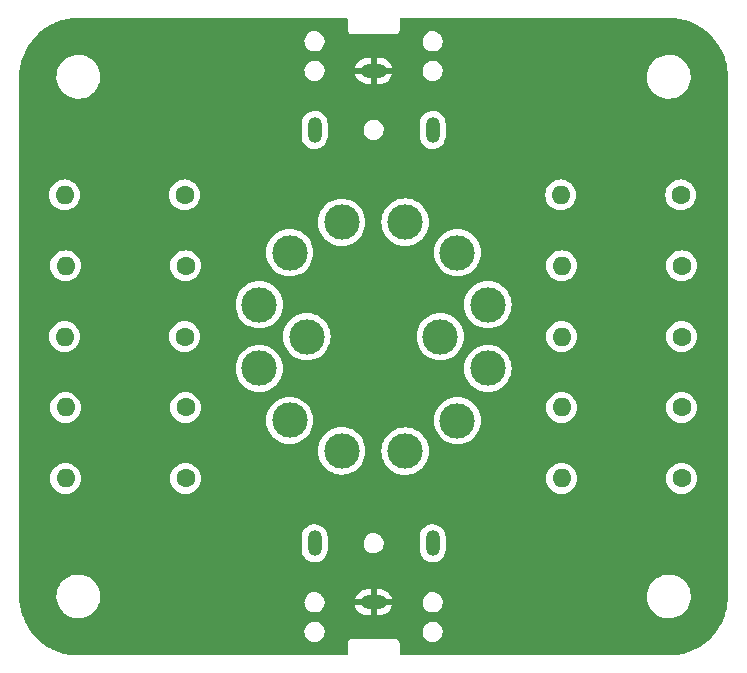
<source format=gbr>
%TF.GenerationSoftware,KiCad,Pcbnew,7.0.7*%
%TF.CreationDate,2024-06-01T16:44:26-07:00*%
%TF.ProjectId,Impedance Selector,496d7065-6461-46e6-9365-2053656c6563,rev?*%
%TF.SameCoordinates,Original*%
%TF.FileFunction,Copper,L1,Top*%
%TF.FilePolarity,Positive*%
%FSLAX46Y46*%
G04 Gerber Fmt 4.6, Leading zero omitted, Abs format (unit mm)*
G04 Created by KiCad (PCBNEW 7.0.7) date 2024-06-01 16:44:26*
%MOMM*%
%LPD*%
G01*
G04 APERTURE LIST*
%TA.AperFunction,ComponentPad*%
%ADD10C,3.000000*%
%TD*%
%TA.AperFunction,ComponentPad*%
%ADD11O,1.600000X1.600000*%
%TD*%
%TA.AperFunction,ComponentPad*%
%ADD12C,1.600000*%
%TD*%
%TA.AperFunction,ComponentPad*%
%ADD13O,1.200000X2.200000*%
%TD*%
%TA.AperFunction,ComponentPad*%
%ADD14O,2.200000X1.200000*%
%TD*%
%TA.AperFunction,Conductor*%
%ADD15C,0.250000*%
%TD*%
G04 APERTURE END LIST*
D10*
%TO.P,SW1,1,1*%
%TO.N,Net-(J2-PadT)*%
X152670000Y-90310000D03*
%TO.P,SW1,2,2*%
%TO.N,Net-(R1L1-Pad1)*%
X157100000Y-92890000D03*
%TO.P,SW1,3,3*%
%TO.N,Net-(R2L1-Pad1)*%
X159680000Y-97300000D03*
%TO.P,SW1,4,4*%
%TO.N,Net-(R3L1-Pad1)*%
X159680000Y-102700000D03*
%TO.P,SW1,5,5*%
%TO.N,Net-(R4L1-Pad1)*%
X157100000Y-107110000D03*
%TO.P,SW1,6,6*%
%TO.N,Net-(R5L1-Pad1)*%
X152670000Y-109690000D03*
%TO.P,SW1,7,7*%
%TO.N,Net-(J2-PadR)*%
X147300000Y-109680000D03*
%TO.P,SW1,8,8*%
%TO.N,Net-(R1R1-Pad1)*%
X142890000Y-107100000D03*
%TO.P,SW1,9,9*%
%TO.N,Net-(R2R1-Pad1)*%
X140320000Y-102700000D03*
%TO.P,SW1,10,10*%
%TO.N,Net-(R3R1-Pad1)*%
X140320000Y-97300000D03*
%TO.P,SW1,11,11*%
%TO.N,Net-(R4R1-Pad1)*%
X142900000Y-92890000D03*
%TO.P,SW1,12,12*%
%TO.N,Net-(R5R1-Pad1)*%
X147300000Y-90320000D03*
%TO.P,SW1,13,13*%
%TO.N,Net-(J1-PadT)*%
X155650000Y-100000000D03*
%TO.P,SW1,14,14*%
%TO.N,Net-(J1-PadR)*%
X144350000Y-100000000D03*
%TD*%
D11*
%TO.P,R2 L,1*%
%TO.N,Net-(R2L1-Pad1)*%
X165920000Y-94000000D03*
D12*
%TO.P,R2 L,2*%
%TO.N,Net-(J2-PadT)*%
X176080000Y-94000000D03*
%TD*%
D11*
%TO.P,R4 L,1*%
%TO.N,Net-(R4L1-Pad1)*%
X165920000Y-106000000D03*
D12*
%TO.P,R4 L,2*%
%TO.N,Net-(J2-PadT)*%
X176080000Y-106000000D03*
%TD*%
%TO.P,R3 R,1*%
%TO.N,Net-(R3R1-Pad1)*%
X134000000Y-100000000D03*
D11*
%TO.P,R3 R,2*%
%TO.N,Net-(J2-PadR)*%
X123840000Y-100000000D03*
%TD*%
D13*
%TO.P,J2,R*%
%TO.N,Net-(J2-PadR)*%
X155000000Y-117500000D03*
D14*
%TO.P,J2,S*%
%TO.N,GND*%
X150000000Y-122500000D03*
D13*
%TO.P,J2,T*%
%TO.N,Net-(J2-PadT)*%
X145000000Y-117500000D03*
%TD*%
D12*
%TO.P,R4 R,1*%
%TO.N,Net-(R4R1-Pad1)*%
X134080000Y-94000000D03*
D11*
%TO.P,R4 R,2*%
%TO.N,Net-(J2-PadR)*%
X123920000Y-94000000D03*
%TD*%
D13*
%TO.P,J1,R*%
%TO.N,Net-(J1-PadR)*%
X145000000Y-82500000D03*
D14*
%TO.P,J1,S*%
%TO.N,GND*%
X150000000Y-77500000D03*
D13*
%TO.P,J1,T*%
%TO.N,Net-(J1-PadT)*%
X155000000Y-82500000D03*
%TD*%
D11*
%TO.P,R2 R,2*%
%TO.N,Net-(J2-PadR)*%
X123920000Y-106000000D03*
D12*
%TO.P,R2 R,1*%
%TO.N,Net-(R2R1-Pad1)*%
X134080000Y-106000000D03*
%TD*%
%TO.P,R1 L,2*%
%TO.N,Net-(J2-PadT)*%
X176000000Y-88000000D03*
D11*
%TO.P,R1 L,1*%
%TO.N,Net-(R1L1-Pad1)*%
X165840000Y-88000000D03*
%TD*%
%TO.P,R5 L,1*%
%TO.N,Net-(R5L1-Pad1)*%
X165920000Y-112000000D03*
D12*
%TO.P,R5 L,2*%
%TO.N,Net-(J2-PadT)*%
X176080000Y-112000000D03*
%TD*%
%TO.P,R5 R,1*%
%TO.N,Net-(R5R1-Pad1)*%
X134000000Y-88000000D03*
D11*
%TO.P,R5 R,2*%
%TO.N,Net-(J2-PadR)*%
X123840000Y-88000000D03*
%TD*%
%TO.P,R3 L,1*%
%TO.N,Net-(R3L1-Pad1)*%
X165920000Y-100000000D03*
D12*
%TO.P,R3 L,2*%
%TO.N,Net-(J2-PadT)*%
X176080000Y-100000000D03*
%TD*%
D11*
%TO.P,R1 R,2*%
%TO.N,Net-(J2-PadR)*%
X123920000Y-112000000D03*
D12*
%TO.P,R1 R,1*%
%TO.N,Net-(R1R1-Pad1)*%
X134080000Y-112000000D03*
%TD*%
D15*
%TO.N,Net-(J2-PadR)*%
X123920000Y-100080000D02*
X123840000Y-100000000D01*
X123920000Y-99920000D02*
X123840000Y-100000000D01*
%TD*%
%TA.AperFunction,Conductor*%
%TO.N,GND*%
G36*
X147742539Y-73020185D02*
G01*
X147788294Y-73072989D01*
X147799500Y-73124500D01*
X147799500Y-73911887D01*
X147790758Y-73941656D01*
X147797973Y-73987205D01*
X147799500Y-74006603D01*
X147799500Y-74052728D01*
X147800541Y-74056612D01*
X147800459Y-74060015D01*
X147800561Y-74060783D01*
X147800441Y-74060798D01*
X147799866Y-74084925D01*
X147811372Y-74107505D01*
X147820661Y-74131704D01*
X147826792Y-74154584D01*
X147826794Y-74154589D01*
X147838180Y-74174310D01*
X147845415Y-74204135D01*
X147857496Y-74216216D01*
X147877199Y-74241893D01*
X147879520Y-74245913D01*
X147954087Y-74320480D01*
X147958107Y-74322801D01*
X147983782Y-74342503D01*
X147991671Y-74350392D01*
X147999327Y-74350438D01*
X148025685Y-74361817D01*
X148045413Y-74373207D01*
X148068294Y-74379338D01*
X148092496Y-74388628D01*
X148107733Y-74396392D01*
X148111729Y-74395234D01*
X148143384Y-74399458D01*
X148147273Y-74400500D01*
X148147276Y-74400500D01*
X148193401Y-74400500D01*
X148212799Y-74402027D01*
X148249610Y-74407857D01*
X148253316Y-74405482D01*
X148288111Y-74400500D01*
X151711893Y-74400500D01*
X151741656Y-74409239D01*
X151787197Y-74402027D01*
X151806594Y-74400500D01*
X151852725Y-74400500D01*
X151852727Y-74400500D01*
X151856619Y-74399457D01*
X151860030Y-74399538D01*
X151860783Y-74399439D01*
X151860798Y-74399556D01*
X151884926Y-74400130D01*
X151907498Y-74388629D01*
X151931691Y-74379341D01*
X151954587Y-74373207D01*
X151974314Y-74361817D01*
X152004137Y-74354581D01*
X152016214Y-74342505D01*
X152041889Y-74322802D01*
X152045913Y-74320480D01*
X152120480Y-74245913D01*
X152122802Y-74241889D01*
X152142505Y-74216214D01*
X152150391Y-74208327D01*
X152150437Y-74200671D01*
X152161815Y-74174317D01*
X152173207Y-74154587D01*
X152179341Y-74131691D01*
X152188629Y-74107498D01*
X152196389Y-74092267D01*
X152195232Y-74088273D01*
X152199457Y-74056618D01*
X152199973Y-74054692D01*
X152200500Y-74052727D01*
X152200500Y-74006593D01*
X152202027Y-73987195D01*
X152207856Y-73950390D01*
X152205481Y-73946685D01*
X152200500Y-73911893D01*
X152200500Y-73124500D01*
X152220185Y-73057461D01*
X152272989Y-73011706D01*
X152324500Y-73000500D01*
X156499901Y-73000500D01*
X174999500Y-73000500D01*
X175000000Y-73000500D01*
X175217318Y-73009488D01*
X175415934Y-73018160D01*
X175420865Y-73018574D01*
X175636792Y-73045489D01*
X175832940Y-73071313D01*
X175837265Y-73071883D01*
X175841894Y-73072671D01*
X176054183Y-73117183D01*
X176252534Y-73161157D01*
X176256778Y-73162257D01*
X176464544Y-73224112D01*
X176658658Y-73285317D01*
X176662530Y-73286680D01*
X176864457Y-73365472D01*
X177052817Y-73443494D01*
X177056252Y-73445045D01*
X177131343Y-73481755D01*
X177250992Y-73540249D01*
X177388629Y-73611897D01*
X177432009Y-73634479D01*
X177435107Y-73636207D01*
X177621382Y-73747202D01*
X177793662Y-73856957D01*
X177796377Y-73858789D01*
X177972918Y-73984837D01*
X178135098Y-74109282D01*
X178137426Y-74111159D01*
X178303055Y-74251439D01*
X178454895Y-74390574D01*
X178609424Y-74545103D01*
X178736092Y-74683337D01*
X178748555Y-74696938D01*
X178763008Y-74714003D01*
X178888839Y-74862572D01*
X178890716Y-74864900D01*
X179015162Y-75027081D01*
X179141209Y-75203621D01*
X179143040Y-75206335D01*
X179252797Y-75378617D01*
X179363791Y-75564891D01*
X179365525Y-75568000D01*
X179459750Y-75749007D01*
X179525992Y-75884503D01*
X179554953Y-75943744D01*
X179556524Y-75947229D01*
X179634536Y-76135566D01*
X179713309Y-76337445D01*
X179714681Y-76341340D01*
X179775899Y-76535496D01*
X179837735Y-76743200D01*
X179838843Y-76747472D01*
X179882818Y-76945826D01*
X179927326Y-77158101D01*
X179928115Y-77162733D01*
X179954524Y-77363319D01*
X179981422Y-77579114D01*
X179981839Y-77584080D01*
X179990513Y-77782728D01*
X179999500Y-78000000D01*
X179999500Y-122000000D01*
X179990513Y-122217271D01*
X179981839Y-122415918D01*
X179981422Y-122420884D01*
X179954524Y-122636680D01*
X179928115Y-122837265D01*
X179927326Y-122841897D01*
X179882818Y-123054173D01*
X179838843Y-123252526D01*
X179837735Y-123256798D01*
X179775899Y-123464503D01*
X179714681Y-123658658D01*
X179713309Y-123662552D01*
X179634536Y-123864433D01*
X179556524Y-124052769D01*
X179554944Y-124056274D01*
X179459750Y-124250992D01*
X179365525Y-124431998D01*
X179363791Y-124435107D01*
X179252797Y-124621382D01*
X179143040Y-124793663D01*
X179141209Y-124796377D01*
X179015162Y-124972918D01*
X178890716Y-125135099D01*
X178888839Y-125137426D01*
X178748557Y-125303059D01*
X178609426Y-125454895D01*
X178454895Y-125609426D01*
X178303059Y-125748557D01*
X178137426Y-125888839D01*
X178135099Y-125890716D01*
X177972918Y-126015162D01*
X177796377Y-126141209D01*
X177793663Y-126143040D01*
X177621382Y-126252797D01*
X177435107Y-126363791D01*
X177431998Y-126365525D01*
X177250992Y-126459750D01*
X177056274Y-126554944D01*
X177052769Y-126556524D01*
X176864433Y-126634536D01*
X176662552Y-126713309D01*
X176658658Y-126714681D01*
X176464503Y-126775899D01*
X176256798Y-126837735D01*
X176252526Y-126838843D01*
X176054173Y-126882818D01*
X175841897Y-126927326D01*
X175837265Y-126928115D01*
X175636680Y-126954524D01*
X175420884Y-126981422D01*
X175415918Y-126981839D01*
X175217271Y-126990513D01*
X175000000Y-126999500D01*
X152324500Y-126999500D01*
X152257461Y-126979815D01*
X152211706Y-126927011D01*
X152200500Y-126875500D01*
X152200500Y-126088111D01*
X152209240Y-126058343D01*
X152202027Y-126012799D01*
X152200500Y-125993401D01*
X152200500Y-125947275D01*
X152200500Y-125947273D01*
X152199459Y-125943388D01*
X152199540Y-125939984D01*
X152199439Y-125939217D01*
X152199558Y-125939201D01*
X152200132Y-125915073D01*
X152188628Y-125892496D01*
X152179337Y-125868292D01*
X152174569Y-125850499D01*
X152173207Y-125845413D01*
X152161817Y-125825686D01*
X152154582Y-125795861D01*
X152142503Y-125783782D01*
X152122799Y-125758104D01*
X152120480Y-125754087D01*
X152045913Y-125679520D01*
X152041893Y-125677199D01*
X152016216Y-125657496D01*
X152008324Y-125649604D01*
X152000663Y-125649559D01*
X151974310Y-125638180D01*
X151954589Y-125626794D01*
X151954584Y-125626792D01*
X151931704Y-125620661D01*
X151907505Y-125611372D01*
X151892259Y-125603604D01*
X151888252Y-125604765D01*
X151856612Y-125600541D01*
X151852728Y-125599500D01*
X151852727Y-125599500D01*
X151806604Y-125599500D01*
X151787206Y-125597973D01*
X151750390Y-125592141D01*
X151746684Y-125594518D01*
X151711888Y-125599500D01*
X148288105Y-125599500D01*
X148258339Y-125590759D01*
X148212795Y-125597973D01*
X148193398Y-125599500D01*
X148147273Y-125599500D01*
X148143373Y-125600544D01*
X148139957Y-125600463D01*
X148139217Y-125600561D01*
X148139201Y-125600445D01*
X148115066Y-125599870D01*
X148092491Y-125611373D01*
X148068292Y-125620662D01*
X148045417Y-125626791D01*
X148045410Y-125626794D01*
X148025683Y-125638184D01*
X147995857Y-125645419D01*
X147983778Y-125657499D01*
X147958104Y-125677201D01*
X147954085Y-125679521D01*
X147879521Y-125754085D01*
X147877201Y-125758104D01*
X147857499Y-125783778D01*
X147849609Y-125791667D01*
X147849564Y-125799326D01*
X147838184Y-125825683D01*
X147826794Y-125845410D01*
X147826791Y-125845417D01*
X147820662Y-125868292D01*
X147811373Y-125892491D01*
X147803610Y-125907726D01*
X147804768Y-125911722D01*
X147800545Y-125943374D01*
X147799500Y-125947273D01*
X147799500Y-125993392D01*
X147797973Y-126012790D01*
X147792141Y-126049606D01*
X147794518Y-126053313D01*
X147799500Y-126088109D01*
X147799500Y-126875500D01*
X147779815Y-126942539D01*
X147727011Y-126988294D01*
X147675500Y-126999500D01*
X125000000Y-126999500D01*
X124782728Y-126990513D01*
X124584080Y-126981839D01*
X124579114Y-126981422D01*
X124363319Y-126954524D01*
X124162733Y-126928115D01*
X124158101Y-126927326D01*
X123945826Y-126882818D01*
X123747472Y-126838843D01*
X123743200Y-126837735D01*
X123535496Y-126775899D01*
X123341340Y-126714681D01*
X123337445Y-126713309D01*
X123135566Y-126634536D01*
X122947229Y-126556524D01*
X122943744Y-126554953D01*
X122884503Y-126525992D01*
X122749007Y-126459750D01*
X122568000Y-126365525D01*
X122564891Y-126363791D01*
X122378617Y-126252797D01*
X122206335Y-126143040D01*
X122203621Y-126141209D01*
X122027081Y-126015162D01*
X121864900Y-125890716D01*
X121862572Y-125888839D01*
X121696940Y-125748557D01*
X121680020Y-125733053D01*
X121545103Y-125609424D01*
X121390574Y-125454895D01*
X121251439Y-125303055D01*
X121111159Y-125137426D01*
X121109282Y-125135098D01*
X120984837Y-124972918D01*
X120971105Y-124953685D01*
X144145740Y-124953685D01*
X144155755Y-125138406D01*
X144155755Y-125138411D01*
X144205244Y-125316656D01*
X144205247Y-125316662D01*
X144291898Y-125480102D01*
X144354540Y-125553850D01*
X144411663Y-125621100D01*
X144558936Y-125733054D01*
X144726833Y-125810732D01*
X144726834Y-125810732D01*
X144726836Y-125810733D01*
X144764686Y-125819064D01*
X144907503Y-125850500D01*
X144907506Y-125850500D01*
X145046107Y-125850500D01*
X145046113Y-125850500D01*
X145183910Y-125835514D01*
X145359221Y-125776444D01*
X145517736Y-125681070D01*
X145652041Y-125553849D01*
X145755858Y-125400730D01*
X145761700Y-125386069D01*
X145790742Y-125313176D01*
X145824331Y-125228875D01*
X145854260Y-125046317D01*
X145849238Y-124953685D01*
X154145740Y-124953685D01*
X154155755Y-125138406D01*
X154155755Y-125138411D01*
X154205244Y-125316656D01*
X154205247Y-125316662D01*
X154291898Y-125480102D01*
X154354540Y-125553850D01*
X154411663Y-125621100D01*
X154558936Y-125733054D01*
X154726833Y-125810732D01*
X154726834Y-125810732D01*
X154726836Y-125810733D01*
X154764686Y-125819064D01*
X154907503Y-125850500D01*
X154907506Y-125850500D01*
X155046107Y-125850500D01*
X155046113Y-125850500D01*
X155183910Y-125835514D01*
X155359221Y-125776444D01*
X155517736Y-125681070D01*
X155652041Y-125553849D01*
X155755858Y-125400730D01*
X155761700Y-125386069D01*
X155790742Y-125313176D01*
X155824331Y-125228875D01*
X155854260Y-125046317D01*
X155844245Y-124861593D01*
X155826138Y-124796377D01*
X155794755Y-124683343D01*
X155794752Y-124683337D01*
X155708101Y-124519897D01*
X155588337Y-124378900D01*
X155509449Y-124318931D01*
X155441064Y-124266946D01*
X155273167Y-124189268D01*
X155273163Y-124189266D01*
X155092497Y-124149500D01*
X154953887Y-124149500D01*
X154953883Y-124149500D01*
X154816088Y-124164486D01*
X154640776Y-124223557D01*
X154640774Y-124223558D01*
X154482262Y-124318931D01*
X154482261Y-124318932D01*
X154347959Y-124446149D01*
X154244138Y-124599276D01*
X154175669Y-124771122D01*
X154145740Y-124953685D01*
X145849238Y-124953685D01*
X145844245Y-124861593D01*
X145826138Y-124796377D01*
X145794755Y-124683343D01*
X145794752Y-124683337D01*
X145708101Y-124519897D01*
X145588337Y-124378900D01*
X145509449Y-124318931D01*
X145441064Y-124266946D01*
X145273167Y-124189268D01*
X145273163Y-124189266D01*
X145092497Y-124149500D01*
X144953887Y-124149500D01*
X144953883Y-124149500D01*
X144816088Y-124164486D01*
X144640776Y-124223557D01*
X144640774Y-124223558D01*
X144482262Y-124318931D01*
X144482261Y-124318932D01*
X144347959Y-124446149D01*
X144244138Y-124599276D01*
X144175669Y-124771122D01*
X144145740Y-124953685D01*
X120971105Y-124953685D01*
X120858789Y-124796377D01*
X120856957Y-124793662D01*
X120747202Y-124621382D01*
X120636207Y-124435107D01*
X120634473Y-124431998D01*
X120540249Y-124250992D01*
X120481755Y-124131343D01*
X120445045Y-124056252D01*
X120443494Y-124052817D01*
X120365463Y-123864433D01*
X120286680Y-123662530D01*
X120285317Y-123658658D01*
X120266822Y-123600000D01*
X120224100Y-123464503D01*
X120162257Y-123256778D01*
X120161155Y-123252526D01*
X120154746Y-123223619D01*
X120117175Y-123054145D01*
X120117113Y-123053850D01*
X120072671Y-122841894D01*
X120071883Y-122837265D01*
X120061779Y-122760517D01*
X120045489Y-122636791D01*
X120018574Y-122420865D01*
X120018160Y-122415934D01*
X120009486Y-122217271D01*
X120003302Y-122067763D01*
X123145787Y-122067763D01*
X123175413Y-122337013D01*
X123175415Y-122337024D01*
X123243926Y-122599082D01*
X123243928Y-122599088D01*
X123349870Y-122848390D01*
X123421998Y-122966575D01*
X123490979Y-123079605D01*
X123490986Y-123079615D01*
X123664253Y-123287819D01*
X123664259Y-123287824D01*
X123717485Y-123335514D01*
X123865998Y-123468582D01*
X124091910Y-123618044D01*
X124337176Y-123733020D01*
X124337183Y-123733022D01*
X124337185Y-123733023D01*
X124596557Y-123811057D01*
X124596564Y-123811058D01*
X124596569Y-123811060D01*
X124864561Y-123850500D01*
X124864566Y-123850500D01*
X125067636Y-123850500D01*
X125119133Y-123846730D01*
X125270156Y-123835677D01*
X125382758Y-123810593D01*
X125534546Y-123776782D01*
X125534548Y-123776781D01*
X125534553Y-123776780D01*
X125787558Y-123680014D01*
X126023777Y-123547441D01*
X126238177Y-123381888D01*
X126426186Y-123186881D01*
X126583799Y-122966579D01*
X126657787Y-122822669D01*
X126707649Y-122725690D01*
X126707651Y-122725684D01*
X126707656Y-122725675D01*
X126795118Y-122469305D01*
X126798003Y-122453685D01*
X144145740Y-122453685D01*
X144155755Y-122638406D01*
X144155755Y-122638411D01*
X144205244Y-122816656D01*
X144205247Y-122816662D01*
X144291898Y-122980102D01*
X144354540Y-123053850D01*
X144411663Y-123121100D01*
X144558936Y-123233054D01*
X144726833Y-123310732D01*
X144726834Y-123310732D01*
X144726836Y-123310733D01*
X144781648Y-123322797D01*
X144907503Y-123350500D01*
X144907506Y-123350500D01*
X145046107Y-123350500D01*
X145046113Y-123350500D01*
X145183910Y-123335514D01*
X145359221Y-123276444D01*
X145517736Y-123181070D01*
X145652041Y-123053849D01*
X145755858Y-122900730D01*
X145776713Y-122848389D01*
X145811724Y-122760517D01*
X145824331Y-122728875D01*
X145854260Y-122546317D01*
X145844245Y-122361593D01*
X145837422Y-122337018D01*
X145813262Y-122250000D01*
X148424632Y-122250000D01*
X149201066Y-122250000D01*
X149268105Y-122269685D01*
X149313860Y-122322489D01*
X149323804Y-122391647D01*
X149312785Y-122427803D01*
X149300000Y-122454349D01*
X149300000Y-122545650D01*
X149312785Y-122572197D01*
X149324138Y-122641138D01*
X149296417Y-122705273D01*
X149238422Y-122744239D01*
X149201066Y-122750000D01*
X148428742Y-122750000D01*
X148455770Y-122861409D01*
X148543040Y-123052507D01*
X148664889Y-123223619D01*
X148664895Y-123223625D01*
X148816932Y-123368592D01*
X148993657Y-123482166D01*
X149188685Y-123560244D01*
X149394962Y-123600000D01*
X149750000Y-123600000D01*
X149750000Y-122824000D01*
X149769685Y-122756961D01*
X149822489Y-122711206D01*
X149874000Y-122700000D01*
X150126000Y-122700000D01*
X150193039Y-122719685D01*
X150238794Y-122772489D01*
X150250000Y-122824000D01*
X150250000Y-123600000D01*
X150552398Y-123600000D01*
X150709122Y-123585034D01*
X150709126Y-123585033D01*
X150910686Y-123525850D01*
X151097414Y-123429586D01*
X151262537Y-123299731D01*
X151262540Y-123299728D01*
X151400105Y-123140969D01*
X151400114Y-123140958D01*
X151505144Y-122959039D01*
X151505147Y-122959032D01*
X151573855Y-122760517D01*
X151573855Y-122760515D01*
X151575368Y-122750000D01*
X150798934Y-122750000D01*
X150731895Y-122730315D01*
X150686140Y-122677511D01*
X150676196Y-122608353D01*
X150687215Y-122572197D01*
X150699678Y-122546317D01*
X150700000Y-122545649D01*
X150700000Y-122454351D01*
X150699679Y-122453685D01*
X154145740Y-122453685D01*
X154155755Y-122638406D01*
X154155755Y-122638411D01*
X154205244Y-122816656D01*
X154205247Y-122816662D01*
X154291898Y-122980102D01*
X154354540Y-123053850D01*
X154411663Y-123121100D01*
X154558936Y-123233054D01*
X154726833Y-123310732D01*
X154726834Y-123310732D01*
X154726836Y-123310733D01*
X154781648Y-123322797D01*
X154907503Y-123350500D01*
X154907506Y-123350500D01*
X155046107Y-123350500D01*
X155046113Y-123350500D01*
X155183910Y-123335514D01*
X155359221Y-123276444D01*
X155517736Y-123181070D01*
X155652041Y-123053849D01*
X155755858Y-122900730D01*
X155776713Y-122848389D01*
X155811724Y-122760517D01*
X155824331Y-122728875D01*
X155854260Y-122546317D01*
X155844245Y-122361593D01*
X155837422Y-122337018D01*
X155794755Y-122183343D01*
X155794752Y-122183337D01*
X155733478Y-122067763D01*
X173145787Y-122067763D01*
X173175413Y-122337013D01*
X173175415Y-122337024D01*
X173243926Y-122599082D01*
X173243928Y-122599088D01*
X173349870Y-122848390D01*
X173421998Y-122966575D01*
X173490979Y-123079605D01*
X173490986Y-123079615D01*
X173664253Y-123287819D01*
X173664259Y-123287824D01*
X173717485Y-123335514D01*
X173865998Y-123468582D01*
X174091910Y-123618044D01*
X174337176Y-123733020D01*
X174337183Y-123733022D01*
X174337185Y-123733023D01*
X174596557Y-123811057D01*
X174596564Y-123811058D01*
X174596569Y-123811060D01*
X174864561Y-123850500D01*
X174864566Y-123850500D01*
X175067636Y-123850500D01*
X175119133Y-123846730D01*
X175270156Y-123835677D01*
X175382758Y-123810593D01*
X175534546Y-123776782D01*
X175534548Y-123776781D01*
X175534553Y-123776780D01*
X175787558Y-123680014D01*
X176023777Y-123547441D01*
X176238177Y-123381888D01*
X176426186Y-123186881D01*
X176583799Y-122966579D01*
X176657787Y-122822669D01*
X176707649Y-122725690D01*
X176707651Y-122725684D01*
X176707656Y-122725675D01*
X176795118Y-122469305D01*
X176844319Y-122202933D01*
X176854212Y-121932235D01*
X176824586Y-121662982D01*
X176756072Y-121400912D01*
X176650130Y-121151610D01*
X176509018Y-120920390D01*
X176419747Y-120813119D01*
X176335746Y-120712180D01*
X176335740Y-120712175D01*
X176134002Y-120531418D01*
X175908092Y-120381957D01*
X175908090Y-120381956D01*
X175662824Y-120266980D01*
X175662819Y-120266978D01*
X175662814Y-120266976D01*
X175403442Y-120188942D01*
X175403428Y-120188939D01*
X175287791Y-120171921D01*
X175135439Y-120149500D01*
X174932369Y-120149500D01*
X174932364Y-120149500D01*
X174729844Y-120164323D01*
X174729831Y-120164325D01*
X174465453Y-120223217D01*
X174465446Y-120223220D01*
X174212439Y-120319987D01*
X173976226Y-120452557D01*
X173761822Y-120618112D01*
X173573822Y-120813109D01*
X173573816Y-120813116D01*
X173416202Y-121033419D01*
X173416199Y-121033424D01*
X173292350Y-121274309D01*
X173292343Y-121274327D01*
X173204884Y-121530685D01*
X173204881Y-121530699D01*
X173155681Y-121797068D01*
X173155680Y-121797075D01*
X173145787Y-122067763D01*
X155733478Y-122067763D01*
X155708101Y-122019897D01*
X155588337Y-121878900D01*
X155509449Y-121818931D01*
X155441064Y-121766946D01*
X155273167Y-121689268D01*
X155273163Y-121689266D01*
X155092497Y-121649500D01*
X154953887Y-121649500D01*
X154953883Y-121649500D01*
X154816088Y-121664486D01*
X154640776Y-121723557D01*
X154640774Y-121723558D01*
X154482262Y-121818931D01*
X154482261Y-121818932D01*
X154347959Y-121946149D01*
X154244138Y-122099276D01*
X154175669Y-122271122D01*
X154167248Y-122322489D01*
X154152434Y-122412855D01*
X154145740Y-122453685D01*
X150699679Y-122453685D01*
X150687215Y-122427803D01*
X150675862Y-122358862D01*
X150703583Y-122294727D01*
X150761578Y-122255761D01*
X150798934Y-122250000D01*
X151571257Y-122250000D01*
X151544229Y-122138590D01*
X151456959Y-121947492D01*
X151335110Y-121776380D01*
X151335104Y-121776374D01*
X151183067Y-121631407D01*
X151006342Y-121517833D01*
X150811314Y-121439755D01*
X150605038Y-121400000D01*
X150250000Y-121400000D01*
X150250000Y-122176000D01*
X150230315Y-122243039D01*
X150177511Y-122288794D01*
X150126000Y-122300000D01*
X149874000Y-122300000D01*
X149806961Y-122280315D01*
X149761206Y-122227511D01*
X149750000Y-122176000D01*
X149750000Y-121400000D01*
X149447602Y-121400000D01*
X149290877Y-121414965D01*
X149290873Y-121414966D01*
X149089313Y-121474149D01*
X148902585Y-121570413D01*
X148737462Y-121700268D01*
X148737459Y-121700271D01*
X148599894Y-121859030D01*
X148599885Y-121859041D01*
X148494855Y-122040960D01*
X148494852Y-122040967D01*
X148426144Y-122239482D01*
X148426144Y-122239484D01*
X148424632Y-122250000D01*
X145813262Y-122250000D01*
X145794755Y-122183343D01*
X145794752Y-122183337D01*
X145708101Y-122019897D01*
X145588337Y-121878900D01*
X145509449Y-121818931D01*
X145441064Y-121766946D01*
X145273167Y-121689268D01*
X145273163Y-121689266D01*
X145092497Y-121649500D01*
X144953887Y-121649500D01*
X144953883Y-121649500D01*
X144816088Y-121664486D01*
X144640776Y-121723557D01*
X144640774Y-121723558D01*
X144482262Y-121818931D01*
X144482261Y-121818932D01*
X144347959Y-121946149D01*
X144244138Y-122099276D01*
X144175669Y-122271122D01*
X144167248Y-122322489D01*
X144152434Y-122412855D01*
X144145740Y-122453685D01*
X126798003Y-122453685D01*
X126844319Y-122202933D01*
X126854212Y-121932235D01*
X126824586Y-121662982D01*
X126756072Y-121400912D01*
X126650130Y-121151610D01*
X126509018Y-120920390D01*
X126419747Y-120813119D01*
X126335746Y-120712180D01*
X126335740Y-120712175D01*
X126134002Y-120531418D01*
X125908092Y-120381957D01*
X125908090Y-120381956D01*
X125662824Y-120266980D01*
X125662819Y-120266978D01*
X125662814Y-120266976D01*
X125403442Y-120188942D01*
X125403428Y-120188939D01*
X125287791Y-120171921D01*
X125135439Y-120149500D01*
X124932369Y-120149500D01*
X124932364Y-120149500D01*
X124729844Y-120164323D01*
X124729831Y-120164325D01*
X124465453Y-120223217D01*
X124465446Y-120223220D01*
X124212439Y-120319987D01*
X123976226Y-120452557D01*
X123761822Y-120618112D01*
X123573822Y-120813109D01*
X123573816Y-120813116D01*
X123416202Y-121033419D01*
X123416199Y-121033424D01*
X123292350Y-121274309D01*
X123292343Y-121274327D01*
X123204884Y-121530685D01*
X123204881Y-121530699D01*
X123155681Y-121797068D01*
X123155680Y-121797075D01*
X123145787Y-122067763D01*
X120003302Y-122067763D01*
X120000605Y-122002561D01*
X120000817Y-122001710D01*
X120000500Y-121999500D01*
X120000500Y-118052425D01*
X143899500Y-118052425D01*
X143914472Y-118209218D01*
X143973684Y-118410875D01*
X144023019Y-118506572D01*
X144069991Y-118597686D01*
X144199905Y-118762883D01*
X144199909Y-118762887D01*
X144358746Y-118900521D01*
X144540750Y-119005601D01*
X144540752Y-119005601D01*
X144540756Y-119005604D01*
X144739367Y-119074344D01*
X144947398Y-119104254D01*
X145157330Y-119094254D01*
X145361576Y-119044704D01*
X145447199Y-119005601D01*
X145552743Y-118957401D01*
X145552746Y-118957399D01*
X145552753Y-118957396D01*
X145723952Y-118835486D01*
X145793179Y-118762883D01*
X145868985Y-118683379D01*
X145924057Y-118597686D01*
X145982613Y-118506572D01*
X146060725Y-118311457D01*
X146100500Y-118105085D01*
X146100500Y-117453685D01*
X149145740Y-117453685D01*
X149155755Y-117638406D01*
X149155755Y-117638411D01*
X149205244Y-117816656D01*
X149205247Y-117816662D01*
X149291898Y-117980102D01*
X149354540Y-118053850D01*
X149411663Y-118121100D01*
X149558936Y-118233054D01*
X149726833Y-118310732D01*
X149726834Y-118310732D01*
X149726836Y-118310733D01*
X149781648Y-118322797D01*
X149907503Y-118350500D01*
X149907506Y-118350500D01*
X150046107Y-118350500D01*
X150046113Y-118350500D01*
X150183910Y-118335514D01*
X150359221Y-118276444D01*
X150517736Y-118181070D01*
X150652041Y-118053849D01*
X150653006Y-118052425D01*
X153899500Y-118052425D01*
X153914472Y-118209218D01*
X153973684Y-118410875D01*
X154023019Y-118506572D01*
X154069991Y-118597686D01*
X154199905Y-118762883D01*
X154199909Y-118762887D01*
X154358746Y-118900521D01*
X154540750Y-119005601D01*
X154540752Y-119005601D01*
X154540756Y-119005604D01*
X154739367Y-119074344D01*
X154947398Y-119104254D01*
X155157330Y-119094254D01*
X155361576Y-119044704D01*
X155447199Y-119005601D01*
X155552743Y-118957401D01*
X155552746Y-118957399D01*
X155552753Y-118957396D01*
X155723952Y-118835486D01*
X155793179Y-118762883D01*
X155868985Y-118683379D01*
X155924057Y-118597686D01*
X155982613Y-118506572D01*
X156060725Y-118311457D01*
X156100500Y-118105085D01*
X156100500Y-116947575D01*
X156085528Y-116790782D01*
X156026316Y-116589125D01*
X155930011Y-116402318D01*
X155930009Y-116402316D01*
X155930008Y-116402313D01*
X155800094Y-116237116D01*
X155800090Y-116237112D01*
X155641253Y-116099478D01*
X155459249Y-115994398D01*
X155459245Y-115994396D01*
X155459244Y-115994396D01*
X155260633Y-115925656D01*
X155052602Y-115895746D01*
X155052598Y-115895746D01*
X154842672Y-115905745D01*
X154638421Y-115955296D01*
X154638417Y-115955298D01*
X154447256Y-116042598D01*
X154447251Y-116042601D01*
X154276046Y-116164515D01*
X154276040Y-116164520D01*
X154131014Y-116316620D01*
X154017388Y-116493425D01*
X153939274Y-116688544D01*
X153899500Y-116894914D01*
X153899500Y-116894915D01*
X153899500Y-118052425D01*
X150653006Y-118052425D01*
X150755858Y-117900730D01*
X150824331Y-117728875D01*
X150854260Y-117546317D01*
X150844245Y-117361593D01*
X150794754Y-117183341D01*
X150708100Y-117019896D01*
X150645460Y-116946151D01*
X150588337Y-116878900D01*
X150509449Y-116818931D01*
X150441064Y-116766946D01*
X150273167Y-116689268D01*
X150273163Y-116689266D01*
X150092497Y-116649500D01*
X149953887Y-116649500D01*
X149953883Y-116649500D01*
X149816088Y-116664486D01*
X149640776Y-116723557D01*
X149640774Y-116723558D01*
X149482262Y-116818931D01*
X149482261Y-116818932D01*
X149347959Y-116946149D01*
X149244138Y-117099276D01*
X149175669Y-117271122D01*
X149145740Y-117453685D01*
X146100500Y-117453685D01*
X146100500Y-116947575D01*
X146085528Y-116790782D01*
X146026316Y-116589125D01*
X145930011Y-116402318D01*
X145930009Y-116402316D01*
X145930008Y-116402313D01*
X145800094Y-116237116D01*
X145800090Y-116237112D01*
X145641253Y-116099478D01*
X145459249Y-115994398D01*
X145459245Y-115994396D01*
X145459244Y-115994396D01*
X145260633Y-115925656D01*
X145052602Y-115895746D01*
X145052598Y-115895746D01*
X144842672Y-115905745D01*
X144638421Y-115955296D01*
X144638417Y-115955298D01*
X144447256Y-116042598D01*
X144447251Y-116042601D01*
X144276046Y-116164515D01*
X144276040Y-116164520D01*
X144131014Y-116316620D01*
X144017388Y-116493425D01*
X143939274Y-116688544D01*
X143899500Y-116894914D01*
X143899500Y-116894915D01*
X143899500Y-118052425D01*
X120000500Y-118052425D01*
X120000499Y-112000001D01*
X122614532Y-112000001D01*
X122634364Y-112226686D01*
X122634366Y-112226697D01*
X122693258Y-112446488D01*
X122693261Y-112446497D01*
X122789431Y-112652732D01*
X122789432Y-112652734D01*
X122919954Y-112839141D01*
X123080858Y-113000045D01*
X123080861Y-113000047D01*
X123267266Y-113130568D01*
X123473504Y-113226739D01*
X123693308Y-113285635D01*
X123855230Y-113299801D01*
X123919998Y-113305468D01*
X123920000Y-113305468D01*
X123920002Y-113305468D01*
X123976672Y-113300509D01*
X124146692Y-113285635D01*
X124366496Y-113226739D01*
X124572734Y-113130568D01*
X124759139Y-113000047D01*
X124920047Y-112839139D01*
X125050568Y-112652734D01*
X125146739Y-112446496D01*
X125205635Y-112226692D01*
X125225468Y-112000001D01*
X132774532Y-112000001D01*
X132794364Y-112226686D01*
X132794366Y-112226697D01*
X132853258Y-112446488D01*
X132853261Y-112446497D01*
X132949431Y-112652732D01*
X132949432Y-112652734D01*
X133079954Y-112839141D01*
X133240858Y-113000045D01*
X133240861Y-113000047D01*
X133427266Y-113130568D01*
X133633504Y-113226739D01*
X133853308Y-113285635D01*
X134015230Y-113299801D01*
X134079998Y-113305468D01*
X134080000Y-113305468D01*
X134080002Y-113305468D01*
X134136673Y-113300509D01*
X134306692Y-113285635D01*
X134526496Y-113226739D01*
X134732734Y-113130568D01*
X134919139Y-113000047D01*
X135080047Y-112839139D01*
X135210568Y-112652734D01*
X135306739Y-112446496D01*
X135365635Y-112226692D01*
X135385468Y-112000001D01*
X164614532Y-112000001D01*
X164634364Y-112226686D01*
X164634366Y-112226697D01*
X164693258Y-112446488D01*
X164693261Y-112446497D01*
X164789431Y-112652732D01*
X164789432Y-112652734D01*
X164919954Y-112839141D01*
X165080858Y-113000045D01*
X165080861Y-113000047D01*
X165267266Y-113130568D01*
X165473504Y-113226739D01*
X165693308Y-113285635D01*
X165855230Y-113299801D01*
X165919998Y-113305468D01*
X165920000Y-113305468D01*
X165920002Y-113305468D01*
X165976673Y-113300509D01*
X166146692Y-113285635D01*
X166366496Y-113226739D01*
X166572734Y-113130568D01*
X166759139Y-113000047D01*
X166920047Y-112839139D01*
X167050568Y-112652734D01*
X167146739Y-112446496D01*
X167205635Y-112226692D01*
X167225468Y-112000001D01*
X174774532Y-112000001D01*
X174794364Y-112226686D01*
X174794366Y-112226697D01*
X174853258Y-112446488D01*
X174853261Y-112446497D01*
X174949431Y-112652732D01*
X174949432Y-112652734D01*
X175079954Y-112839141D01*
X175240858Y-113000045D01*
X175240861Y-113000047D01*
X175427266Y-113130568D01*
X175633504Y-113226739D01*
X175853308Y-113285635D01*
X176015230Y-113299801D01*
X176079998Y-113305468D01*
X176080000Y-113305468D01*
X176080002Y-113305468D01*
X176136672Y-113300509D01*
X176306692Y-113285635D01*
X176526496Y-113226739D01*
X176732734Y-113130568D01*
X176919139Y-113000047D01*
X177080047Y-112839139D01*
X177210568Y-112652734D01*
X177306739Y-112446496D01*
X177365635Y-112226692D01*
X177385468Y-112000000D01*
X177365635Y-111773308D01*
X177306739Y-111553504D01*
X177210568Y-111347266D01*
X177080047Y-111160861D01*
X177080045Y-111160858D01*
X176919141Y-110999954D01*
X176732734Y-110869432D01*
X176732732Y-110869431D01*
X176526497Y-110773261D01*
X176526488Y-110773258D01*
X176306697Y-110714366D01*
X176306693Y-110714365D01*
X176306692Y-110714365D01*
X176306691Y-110714364D01*
X176306686Y-110714364D01*
X176080002Y-110694532D01*
X176079998Y-110694532D01*
X175853313Y-110714364D01*
X175853302Y-110714366D01*
X175633511Y-110773258D01*
X175633502Y-110773261D01*
X175427267Y-110869431D01*
X175427265Y-110869432D01*
X175240858Y-110999954D01*
X175079954Y-111160858D01*
X174949432Y-111347265D01*
X174949431Y-111347267D01*
X174853261Y-111553502D01*
X174853258Y-111553511D01*
X174794366Y-111773302D01*
X174794364Y-111773313D01*
X174774532Y-111999998D01*
X174774532Y-112000001D01*
X167225468Y-112000001D01*
X167225468Y-112000000D01*
X167205635Y-111773308D01*
X167146739Y-111553504D01*
X167050568Y-111347266D01*
X166920047Y-111160861D01*
X166920045Y-111160858D01*
X166759141Y-110999954D01*
X166572734Y-110869432D01*
X166572732Y-110869431D01*
X166366497Y-110773261D01*
X166366488Y-110773258D01*
X166146697Y-110714366D01*
X166146693Y-110714365D01*
X166146692Y-110714365D01*
X166146691Y-110714364D01*
X166146686Y-110714364D01*
X165920002Y-110694532D01*
X165919998Y-110694532D01*
X165693313Y-110714364D01*
X165693302Y-110714366D01*
X165473511Y-110773258D01*
X165473502Y-110773261D01*
X165267267Y-110869431D01*
X165267265Y-110869432D01*
X165080858Y-110999954D01*
X164919954Y-111160858D01*
X164789432Y-111347265D01*
X164789431Y-111347267D01*
X164693261Y-111553502D01*
X164693258Y-111553511D01*
X164634366Y-111773302D01*
X164634364Y-111773313D01*
X164614532Y-111999998D01*
X164614532Y-112000001D01*
X135385468Y-112000001D01*
X135385468Y-112000000D01*
X135365635Y-111773308D01*
X135306739Y-111553504D01*
X135210568Y-111347266D01*
X135080047Y-111160861D01*
X135080045Y-111160858D01*
X134919141Y-110999954D01*
X134732734Y-110869432D01*
X134732732Y-110869431D01*
X134526497Y-110773261D01*
X134526488Y-110773258D01*
X134306697Y-110714366D01*
X134306693Y-110714365D01*
X134306692Y-110714365D01*
X134306691Y-110714364D01*
X134306686Y-110714364D01*
X134080002Y-110694532D01*
X134079998Y-110694532D01*
X133853313Y-110714364D01*
X133853302Y-110714366D01*
X133633511Y-110773258D01*
X133633502Y-110773261D01*
X133427267Y-110869431D01*
X133427265Y-110869432D01*
X133240858Y-110999954D01*
X133079954Y-111160858D01*
X132949432Y-111347265D01*
X132949431Y-111347267D01*
X132853261Y-111553502D01*
X132853258Y-111553511D01*
X132794366Y-111773302D01*
X132794364Y-111773313D01*
X132774532Y-111999998D01*
X132774532Y-112000001D01*
X125225468Y-112000001D01*
X125225468Y-112000000D01*
X125205635Y-111773308D01*
X125146739Y-111553504D01*
X125050568Y-111347266D01*
X124920047Y-111160861D01*
X124920045Y-111160858D01*
X124759141Y-110999954D01*
X124572734Y-110869432D01*
X124572732Y-110869431D01*
X124366497Y-110773261D01*
X124366488Y-110773258D01*
X124146697Y-110714366D01*
X124146693Y-110714365D01*
X124146692Y-110714365D01*
X124146691Y-110714364D01*
X124146686Y-110714364D01*
X123920002Y-110694532D01*
X123919998Y-110694532D01*
X123693313Y-110714364D01*
X123693302Y-110714366D01*
X123473511Y-110773258D01*
X123473502Y-110773261D01*
X123267267Y-110869431D01*
X123267265Y-110869432D01*
X123080858Y-110999954D01*
X122919954Y-111160858D01*
X122789432Y-111347265D01*
X122789431Y-111347267D01*
X122693261Y-111553502D01*
X122693258Y-111553511D01*
X122634366Y-111773302D01*
X122634364Y-111773313D01*
X122614532Y-111999998D01*
X122614532Y-112000001D01*
X120000499Y-112000001D01*
X120000499Y-109680001D01*
X145294390Y-109680001D01*
X145314804Y-109965433D01*
X145375628Y-110245037D01*
X145375630Y-110245043D01*
X145375631Y-110245046D01*
X145379361Y-110255046D01*
X145475635Y-110513166D01*
X145612770Y-110764309D01*
X145612775Y-110764317D01*
X145784254Y-110993387D01*
X145784270Y-110993405D01*
X145986594Y-111195729D01*
X145986612Y-111195745D01*
X146215682Y-111367224D01*
X146215690Y-111367229D01*
X146466833Y-111504364D01*
X146466832Y-111504364D01*
X146466836Y-111504365D01*
X146466839Y-111504367D01*
X146734954Y-111604369D01*
X146734960Y-111604370D01*
X146734962Y-111604371D01*
X147014566Y-111665195D01*
X147014568Y-111665195D01*
X147014572Y-111665196D01*
X147268220Y-111683337D01*
X147299999Y-111685610D01*
X147300000Y-111685610D01*
X147300001Y-111685610D01*
X147328595Y-111683564D01*
X147585428Y-111665196D01*
X147819068Y-111614371D01*
X147865037Y-111604371D01*
X147865037Y-111604370D01*
X147865046Y-111604369D01*
X148133161Y-111504367D01*
X148384315Y-111367226D01*
X148613395Y-111195739D01*
X148815739Y-110993395D01*
X148987226Y-110764315D01*
X149124367Y-110513161D01*
X149224369Y-110245046D01*
X149285196Y-109965428D01*
X149304895Y-109690001D01*
X150664390Y-109690001D01*
X150684804Y-109975433D01*
X150745628Y-110255037D01*
X150845635Y-110523166D01*
X150982770Y-110774309D01*
X150982775Y-110774317D01*
X151154254Y-111003387D01*
X151154270Y-111003405D01*
X151356594Y-111205729D01*
X151356612Y-111205745D01*
X151585682Y-111377224D01*
X151585690Y-111377229D01*
X151836833Y-111514364D01*
X151836832Y-111514364D01*
X151836836Y-111514365D01*
X151836839Y-111514367D01*
X152104954Y-111614369D01*
X152104960Y-111614370D01*
X152104962Y-111614371D01*
X152384566Y-111675195D01*
X152384568Y-111675195D01*
X152384572Y-111675196D01*
X152638220Y-111693337D01*
X152669999Y-111695610D01*
X152670000Y-111695610D01*
X152670001Y-111695610D01*
X152698595Y-111693564D01*
X152955428Y-111675196D01*
X153001398Y-111665196D01*
X153235037Y-111614371D01*
X153235037Y-111614370D01*
X153235046Y-111614369D01*
X153503161Y-111514367D01*
X153754315Y-111377226D01*
X153983395Y-111205739D01*
X154185739Y-111003395D01*
X154357226Y-110774315D01*
X154494367Y-110523161D01*
X154594369Y-110255046D01*
X154655196Y-109975428D01*
X154675610Y-109690000D01*
X154655196Y-109404572D01*
X154653019Y-109394566D01*
X154594371Y-109124962D01*
X154594370Y-109124960D01*
X154594369Y-109124954D01*
X154494367Y-108856839D01*
X154488903Y-108846833D01*
X154357229Y-108605690D01*
X154357224Y-108605682D01*
X154185745Y-108376612D01*
X154185729Y-108376594D01*
X153983405Y-108174270D01*
X153983387Y-108174254D01*
X153754317Y-108002775D01*
X153754309Y-108002770D01*
X153503166Y-107865635D01*
X153503167Y-107865635D01*
X153395915Y-107825632D01*
X153235046Y-107765631D01*
X153235043Y-107765630D01*
X153235037Y-107765628D01*
X152955433Y-107704804D01*
X152670001Y-107684390D01*
X152669999Y-107684390D01*
X152384566Y-107704804D01*
X152104962Y-107765628D01*
X151836833Y-107865635D01*
X151585690Y-108002770D01*
X151585682Y-108002775D01*
X151356612Y-108174254D01*
X151356594Y-108174270D01*
X151154270Y-108376594D01*
X151154254Y-108376612D01*
X150982775Y-108605682D01*
X150982770Y-108605690D01*
X150845635Y-108856833D01*
X150745628Y-109124962D01*
X150684804Y-109404566D01*
X150664390Y-109689998D01*
X150664390Y-109690001D01*
X149304895Y-109690001D01*
X149305610Y-109680000D01*
X149285196Y-109394572D01*
X149226544Y-109124954D01*
X149224371Y-109114962D01*
X149224370Y-109114960D01*
X149224369Y-109114954D01*
X149124367Y-108846839D01*
X149091817Y-108787229D01*
X148987229Y-108595690D01*
X148987224Y-108595682D01*
X148815745Y-108366612D01*
X148815729Y-108366594D01*
X148613405Y-108164270D01*
X148613387Y-108164254D01*
X148384317Y-107992775D01*
X148384309Y-107992770D01*
X148133166Y-107855635D01*
X148133167Y-107855635D01*
X148025915Y-107815632D01*
X147865046Y-107755631D01*
X147865043Y-107755630D01*
X147865037Y-107755628D01*
X147585433Y-107694804D01*
X147300001Y-107674390D01*
X147299999Y-107674390D01*
X147014566Y-107694804D01*
X146734962Y-107755628D01*
X146466833Y-107855635D01*
X146215690Y-107992770D01*
X146215682Y-107992775D01*
X145986612Y-108164254D01*
X145986594Y-108164270D01*
X145784270Y-108366594D01*
X145784254Y-108366612D01*
X145612775Y-108595682D01*
X145612770Y-108595690D01*
X145475635Y-108846833D01*
X145375628Y-109114962D01*
X145314804Y-109394566D01*
X145294390Y-109679998D01*
X145294390Y-109680001D01*
X120000499Y-109680001D01*
X120000499Y-106000001D01*
X122614532Y-106000001D01*
X122634364Y-106226686D01*
X122634366Y-106226697D01*
X122693258Y-106446488D01*
X122693261Y-106446497D01*
X122789431Y-106652732D01*
X122789432Y-106652734D01*
X122919954Y-106839141D01*
X123080858Y-107000045D01*
X123080861Y-107000047D01*
X123267266Y-107130568D01*
X123473504Y-107226739D01*
X123693308Y-107285635D01*
X123855230Y-107299801D01*
X123919998Y-107305468D01*
X123920000Y-107305468D01*
X123920002Y-107305468D01*
X123976672Y-107300509D01*
X124146692Y-107285635D01*
X124366496Y-107226739D01*
X124572734Y-107130568D01*
X124759139Y-107000047D01*
X124920047Y-106839139D01*
X125050568Y-106652734D01*
X125146739Y-106446496D01*
X125205635Y-106226692D01*
X125225468Y-106000001D01*
X132774532Y-106000001D01*
X132794364Y-106226686D01*
X132794366Y-106226697D01*
X132853258Y-106446488D01*
X132853261Y-106446497D01*
X132949431Y-106652732D01*
X132949432Y-106652734D01*
X133079954Y-106839141D01*
X133240858Y-107000045D01*
X133240861Y-107000047D01*
X133427266Y-107130568D01*
X133633504Y-107226739D01*
X133853308Y-107285635D01*
X134015230Y-107299801D01*
X134079998Y-107305468D01*
X134080000Y-107305468D01*
X134080002Y-107305468D01*
X134136673Y-107300509D01*
X134306692Y-107285635D01*
X134526496Y-107226739D01*
X134732734Y-107130568D01*
X134776389Y-107100001D01*
X140884390Y-107100001D01*
X140904804Y-107385433D01*
X140965628Y-107665037D01*
X140965630Y-107665043D01*
X140965631Y-107665046D01*
X141036717Y-107855635D01*
X141065635Y-107933166D01*
X141202770Y-108184309D01*
X141202775Y-108184317D01*
X141374254Y-108413387D01*
X141374270Y-108413405D01*
X141576594Y-108615729D01*
X141576612Y-108615745D01*
X141805682Y-108787224D01*
X141805690Y-108787229D01*
X142056833Y-108924364D01*
X142056832Y-108924364D01*
X142056836Y-108924365D01*
X142056839Y-108924367D01*
X142324954Y-109024369D01*
X142324960Y-109024370D01*
X142324962Y-109024371D01*
X142604566Y-109085195D01*
X142604568Y-109085195D01*
X142604572Y-109085196D01*
X142858220Y-109103337D01*
X142889999Y-109105610D01*
X142890000Y-109105610D01*
X142890001Y-109105610D01*
X142918595Y-109103564D01*
X143175428Y-109085196D01*
X143409068Y-109034371D01*
X143455037Y-109024371D01*
X143455037Y-109024370D01*
X143455046Y-109024369D01*
X143723161Y-108924367D01*
X143974315Y-108787226D01*
X144203395Y-108615739D01*
X144405739Y-108413395D01*
X144577226Y-108184315D01*
X144714367Y-107933161D01*
X144814369Y-107665046D01*
X144875196Y-107385428D01*
X144894895Y-107110001D01*
X155094390Y-107110001D01*
X155114804Y-107395433D01*
X155175628Y-107675037D01*
X155175630Y-107675043D01*
X155175631Y-107675046D01*
X155246717Y-107865635D01*
X155275635Y-107943166D01*
X155412770Y-108194309D01*
X155412775Y-108194317D01*
X155584254Y-108423387D01*
X155584270Y-108423405D01*
X155786594Y-108625729D01*
X155786612Y-108625745D01*
X156015682Y-108797224D01*
X156015690Y-108797229D01*
X156266833Y-108934364D01*
X156266832Y-108934364D01*
X156266836Y-108934365D01*
X156266839Y-108934367D01*
X156534954Y-109034369D01*
X156534960Y-109034370D01*
X156534962Y-109034371D01*
X156814566Y-109095195D01*
X156814568Y-109095195D01*
X156814572Y-109095196D01*
X157068220Y-109113337D01*
X157099999Y-109115610D01*
X157100000Y-109115610D01*
X157100001Y-109115610D01*
X157128595Y-109113564D01*
X157385428Y-109095196D01*
X157431398Y-109085196D01*
X157665037Y-109034371D01*
X157665037Y-109034370D01*
X157665046Y-109034369D01*
X157933161Y-108934367D01*
X158184315Y-108797226D01*
X158413395Y-108625739D01*
X158615739Y-108423395D01*
X158787226Y-108194315D01*
X158924367Y-107943161D01*
X159024369Y-107675046D01*
X159085196Y-107395428D01*
X159105610Y-107110000D01*
X159085196Y-106824572D01*
X159083019Y-106814566D01*
X159024371Y-106544962D01*
X159024370Y-106544960D01*
X159024369Y-106544954D01*
X158924367Y-106276839D01*
X158918903Y-106266833D01*
X158787229Y-106025690D01*
X158787224Y-106025682D01*
X158768000Y-106000001D01*
X164614532Y-106000001D01*
X164634364Y-106226686D01*
X164634366Y-106226697D01*
X164693258Y-106446488D01*
X164693261Y-106446497D01*
X164789431Y-106652732D01*
X164789432Y-106652734D01*
X164919954Y-106839141D01*
X165080858Y-107000045D01*
X165080861Y-107000047D01*
X165267266Y-107130568D01*
X165473504Y-107226739D01*
X165693308Y-107285635D01*
X165855230Y-107299801D01*
X165919998Y-107305468D01*
X165920000Y-107305468D01*
X165920002Y-107305468D01*
X165976673Y-107300509D01*
X166146692Y-107285635D01*
X166366496Y-107226739D01*
X166572734Y-107130568D01*
X166759139Y-107000047D01*
X166920047Y-106839139D01*
X167050568Y-106652734D01*
X167146739Y-106446496D01*
X167205635Y-106226692D01*
X167225468Y-106000001D01*
X174774532Y-106000001D01*
X174794364Y-106226686D01*
X174794366Y-106226697D01*
X174853258Y-106446488D01*
X174853261Y-106446497D01*
X174949431Y-106652732D01*
X174949432Y-106652734D01*
X175079954Y-106839141D01*
X175240858Y-107000045D01*
X175240861Y-107000047D01*
X175427266Y-107130568D01*
X175633504Y-107226739D01*
X175853308Y-107285635D01*
X176015230Y-107299801D01*
X176079998Y-107305468D01*
X176080000Y-107305468D01*
X176080002Y-107305468D01*
X176136672Y-107300509D01*
X176306692Y-107285635D01*
X176526496Y-107226739D01*
X176732734Y-107130568D01*
X176919139Y-107000047D01*
X177080047Y-106839139D01*
X177210568Y-106652734D01*
X177306739Y-106446496D01*
X177365635Y-106226692D01*
X177385468Y-106000000D01*
X177365635Y-105773308D01*
X177306739Y-105553504D01*
X177210568Y-105347266D01*
X177080047Y-105160861D01*
X177080045Y-105160858D01*
X176919141Y-104999954D01*
X176732734Y-104869432D01*
X176732732Y-104869431D01*
X176526497Y-104773261D01*
X176526488Y-104773258D01*
X176306697Y-104714366D01*
X176306693Y-104714365D01*
X176306692Y-104714365D01*
X176306691Y-104714364D01*
X176306686Y-104714364D01*
X176080002Y-104694532D01*
X176079998Y-104694532D01*
X175853313Y-104714364D01*
X175853302Y-104714366D01*
X175633511Y-104773258D01*
X175633502Y-104773261D01*
X175427267Y-104869431D01*
X175427265Y-104869432D01*
X175240858Y-104999954D01*
X175079954Y-105160858D01*
X174949432Y-105347265D01*
X174949431Y-105347267D01*
X174853261Y-105553502D01*
X174853258Y-105553511D01*
X174794366Y-105773302D01*
X174794364Y-105773313D01*
X174774532Y-105999998D01*
X174774532Y-106000001D01*
X167225468Y-106000001D01*
X167225468Y-106000000D01*
X167205635Y-105773308D01*
X167146739Y-105553504D01*
X167050568Y-105347266D01*
X166920047Y-105160861D01*
X166920045Y-105160858D01*
X166759141Y-104999954D01*
X166572734Y-104869432D01*
X166572732Y-104869431D01*
X166366497Y-104773261D01*
X166366488Y-104773258D01*
X166146697Y-104714366D01*
X166146693Y-104714365D01*
X166146692Y-104714365D01*
X166146691Y-104714364D01*
X166146686Y-104714364D01*
X165920002Y-104694532D01*
X165919998Y-104694532D01*
X165693313Y-104714364D01*
X165693302Y-104714366D01*
X165473511Y-104773258D01*
X165473502Y-104773261D01*
X165267267Y-104869431D01*
X165267265Y-104869432D01*
X165080858Y-104999954D01*
X164919954Y-105160858D01*
X164789432Y-105347265D01*
X164789431Y-105347267D01*
X164693261Y-105553502D01*
X164693258Y-105553511D01*
X164634366Y-105773302D01*
X164634364Y-105773313D01*
X164614532Y-105999998D01*
X164614532Y-106000001D01*
X158768000Y-106000001D01*
X158615745Y-105796612D01*
X158615729Y-105796594D01*
X158413405Y-105594270D01*
X158413387Y-105594254D01*
X158184317Y-105422775D01*
X158184309Y-105422770D01*
X157933166Y-105285635D01*
X157933167Y-105285635D01*
X157825914Y-105245632D01*
X157665046Y-105185631D01*
X157665043Y-105185630D01*
X157665037Y-105185628D01*
X157385433Y-105124804D01*
X157100001Y-105104390D01*
X157099999Y-105104390D01*
X156814566Y-105124804D01*
X156534962Y-105185628D01*
X156266833Y-105285635D01*
X156015690Y-105422770D01*
X156015682Y-105422775D01*
X155786612Y-105594254D01*
X155786594Y-105594270D01*
X155584270Y-105796594D01*
X155584254Y-105796612D01*
X155412775Y-106025682D01*
X155412770Y-106025690D01*
X155275635Y-106276833D01*
X155175628Y-106544962D01*
X155114804Y-106824566D01*
X155094390Y-107109998D01*
X155094390Y-107110001D01*
X144894895Y-107110001D01*
X144895610Y-107100000D01*
X144875196Y-106814572D01*
X144839990Y-106652734D01*
X144814371Y-106534962D01*
X144814370Y-106534960D01*
X144814369Y-106534954D01*
X144714367Y-106266839D01*
X144582686Y-106025685D01*
X144577229Y-106015690D01*
X144577224Y-106015682D01*
X144405745Y-105786612D01*
X144405729Y-105786594D01*
X144203405Y-105584270D01*
X144203387Y-105584254D01*
X143974317Y-105412775D01*
X143974309Y-105412770D01*
X143723166Y-105275635D01*
X143723167Y-105275635D01*
X143615915Y-105235632D01*
X143455046Y-105175631D01*
X143455043Y-105175630D01*
X143455037Y-105175628D01*
X143175433Y-105114804D01*
X142890001Y-105094390D01*
X142889999Y-105094390D01*
X142604566Y-105114804D01*
X142324962Y-105175628D01*
X142056833Y-105275635D01*
X141805690Y-105412770D01*
X141805682Y-105412775D01*
X141576612Y-105584254D01*
X141576594Y-105584270D01*
X141374270Y-105786594D01*
X141374254Y-105786612D01*
X141202775Y-106015682D01*
X141202770Y-106015690D01*
X141065635Y-106266833D01*
X140965628Y-106534962D01*
X140904804Y-106814566D01*
X140884390Y-107099998D01*
X140884390Y-107100001D01*
X134776389Y-107100001D01*
X134919139Y-107000047D01*
X135080047Y-106839139D01*
X135210568Y-106652734D01*
X135306739Y-106446496D01*
X135365635Y-106226692D01*
X135385468Y-106000000D01*
X135365635Y-105773308D01*
X135306739Y-105553504D01*
X135210568Y-105347266D01*
X135080047Y-105160861D01*
X135080045Y-105160858D01*
X134919141Y-104999954D01*
X134732734Y-104869432D01*
X134732732Y-104869431D01*
X134526497Y-104773261D01*
X134526488Y-104773258D01*
X134306697Y-104714366D01*
X134306693Y-104714365D01*
X134306692Y-104714365D01*
X134306691Y-104714364D01*
X134306686Y-104714364D01*
X134080002Y-104694532D01*
X134079998Y-104694532D01*
X133853313Y-104714364D01*
X133853302Y-104714366D01*
X133633511Y-104773258D01*
X133633502Y-104773261D01*
X133427267Y-104869431D01*
X133427265Y-104869432D01*
X133240858Y-104999954D01*
X133079954Y-105160858D01*
X132949432Y-105347265D01*
X132949431Y-105347267D01*
X132853261Y-105553502D01*
X132853258Y-105553511D01*
X132794366Y-105773302D01*
X132794364Y-105773313D01*
X132774532Y-105999998D01*
X132774532Y-106000001D01*
X125225468Y-106000001D01*
X125225468Y-106000000D01*
X125205635Y-105773308D01*
X125146739Y-105553504D01*
X125050568Y-105347266D01*
X124920047Y-105160861D01*
X124920045Y-105160858D01*
X124759141Y-104999954D01*
X124572734Y-104869432D01*
X124572732Y-104869431D01*
X124366497Y-104773261D01*
X124366488Y-104773258D01*
X124146697Y-104714366D01*
X124146693Y-104714365D01*
X124146692Y-104714365D01*
X124146691Y-104714364D01*
X124146686Y-104714364D01*
X123920002Y-104694532D01*
X123919998Y-104694532D01*
X123693313Y-104714364D01*
X123693302Y-104714366D01*
X123473511Y-104773258D01*
X123473502Y-104773261D01*
X123267267Y-104869431D01*
X123267265Y-104869432D01*
X123080858Y-104999954D01*
X122919954Y-105160858D01*
X122789432Y-105347265D01*
X122789431Y-105347267D01*
X122693261Y-105553502D01*
X122693258Y-105553511D01*
X122634366Y-105773302D01*
X122634364Y-105773313D01*
X122614532Y-105999998D01*
X122614532Y-106000001D01*
X120000499Y-106000001D01*
X120000499Y-102700001D01*
X138314390Y-102700001D01*
X138334804Y-102985433D01*
X138395628Y-103265037D01*
X138495635Y-103533166D01*
X138632770Y-103784309D01*
X138632775Y-103784317D01*
X138804254Y-104013387D01*
X138804270Y-104013405D01*
X139006594Y-104215729D01*
X139006612Y-104215745D01*
X139235682Y-104387224D01*
X139235690Y-104387229D01*
X139486833Y-104524364D01*
X139486832Y-104524364D01*
X139486836Y-104524365D01*
X139486839Y-104524367D01*
X139754954Y-104624369D01*
X139754960Y-104624370D01*
X139754962Y-104624371D01*
X140034566Y-104685195D01*
X140034568Y-104685195D01*
X140034572Y-104685196D01*
X140288220Y-104703337D01*
X140319999Y-104705610D01*
X140320000Y-104705610D01*
X140320001Y-104705610D01*
X140348595Y-104703564D01*
X140605428Y-104685196D01*
X140885046Y-104624369D01*
X141153161Y-104524367D01*
X141404315Y-104387226D01*
X141633395Y-104215739D01*
X141835739Y-104013395D01*
X142007226Y-103784315D01*
X142144367Y-103533161D01*
X142244369Y-103265046D01*
X142305196Y-102985428D01*
X142325610Y-102700001D01*
X157674390Y-102700001D01*
X157694804Y-102985433D01*
X157755628Y-103265037D01*
X157855635Y-103533166D01*
X157992770Y-103784309D01*
X157992775Y-103784317D01*
X158164254Y-104013387D01*
X158164270Y-104013405D01*
X158366594Y-104215729D01*
X158366612Y-104215745D01*
X158595682Y-104387224D01*
X158595690Y-104387229D01*
X158846833Y-104524364D01*
X158846832Y-104524364D01*
X158846836Y-104524365D01*
X158846839Y-104524367D01*
X159114954Y-104624369D01*
X159114960Y-104624370D01*
X159114962Y-104624371D01*
X159394566Y-104685195D01*
X159394568Y-104685195D01*
X159394572Y-104685196D01*
X159648220Y-104703337D01*
X159679999Y-104705610D01*
X159680000Y-104705610D01*
X159680001Y-104705610D01*
X159708595Y-104703564D01*
X159965428Y-104685196D01*
X160245046Y-104624369D01*
X160513161Y-104524367D01*
X160764315Y-104387226D01*
X160993395Y-104215739D01*
X161195739Y-104013395D01*
X161367226Y-103784315D01*
X161504367Y-103533161D01*
X161604369Y-103265046D01*
X161665196Y-102985428D01*
X161685610Y-102700000D01*
X161665196Y-102414572D01*
X161604369Y-102134954D01*
X161504367Y-101866839D01*
X161481175Y-101824367D01*
X161367229Y-101615690D01*
X161367224Y-101615682D01*
X161195745Y-101386612D01*
X161195729Y-101386594D01*
X160993405Y-101184270D01*
X160993387Y-101184254D01*
X160764317Y-101012775D01*
X160764309Y-101012770D01*
X160513166Y-100875635D01*
X160513167Y-100875635D01*
X160399289Y-100833161D01*
X160245046Y-100775631D01*
X160245043Y-100775630D01*
X160245037Y-100775628D01*
X159965433Y-100714804D01*
X159680001Y-100694390D01*
X159679999Y-100694390D01*
X159394566Y-100714804D01*
X159114962Y-100775628D01*
X158846833Y-100875635D01*
X158595690Y-101012770D01*
X158595682Y-101012775D01*
X158366612Y-101184254D01*
X158366594Y-101184270D01*
X158164270Y-101386594D01*
X158164254Y-101386612D01*
X157992775Y-101615682D01*
X157992770Y-101615690D01*
X157855635Y-101866833D01*
X157755628Y-102134962D01*
X157694804Y-102414566D01*
X157674390Y-102699998D01*
X157674390Y-102700001D01*
X142325610Y-102700001D01*
X142325610Y-102700000D01*
X142305196Y-102414572D01*
X142244369Y-102134954D01*
X142144367Y-101866839D01*
X142121175Y-101824367D01*
X142007229Y-101615690D01*
X142007224Y-101615682D01*
X141835745Y-101386612D01*
X141835729Y-101386594D01*
X141633405Y-101184270D01*
X141633387Y-101184254D01*
X141404317Y-101012775D01*
X141404309Y-101012770D01*
X141153166Y-100875635D01*
X141153167Y-100875635D01*
X141039289Y-100833161D01*
X140885046Y-100775631D01*
X140885043Y-100775630D01*
X140885037Y-100775628D01*
X140605433Y-100714804D01*
X140320001Y-100694390D01*
X140319999Y-100694390D01*
X140034566Y-100714804D01*
X139754962Y-100775628D01*
X139486833Y-100875635D01*
X139235690Y-101012770D01*
X139235682Y-101012775D01*
X139006612Y-101184254D01*
X139006594Y-101184270D01*
X138804270Y-101386594D01*
X138804254Y-101386612D01*
X138632775Y-101615682D01*
X138632770Y-101615690D01*
X138495635Y-101866833D01*
X138395628Y-102134962D01*
X138334804Y-102414566D01*
X138314390Y-102699998D01*
X138314390Y-102700001D01*
X120000499Y-102700001D01*
X120000499Y-100000001D01*
X122534532Y-100000001D01*
X122554364Y-100226686D01*
X122554366Y-100226697D01*
X122613258Y-100446488D01*
X122613261Y-100446497D01*
X122709431Y-100652732D01*
X122709432Y-100652734D01*
X122839954Y-100839141D01*
X123000858Y-101000045D01*
X123000861Y-101000047D01*
X123187266Y-101130568D01*
X123393504Y-101226739D01*
X123613308Y-101285635D01*
X123775230Y-101299801D01*
X123839998Y-101305468D01*
X123840000Y-101305468D01*
X123840002Y-101305468D01*
X123896673Y-101300509D01*
X124066692Y-101285635D01*
X124286496Y-101226739D01*
X124492734Y-101130568D01*
X124679139Y-101000047D01*
X124840047Y-100839139D01*
X124970568Y-100652734D01*
X125066739Y-100446496D01*
X125125635Y-100226692D01*
X125145468Y-100000001D01*
X132694532Y-100000001D01*
X132714364Y-100226686D01*
X132714366Y-100226697D01*
X132773258Y-100446488D01*
X132773261Y-100446497D01*
X132869431Y-100652732D01*
X132869432Y-100652734D01*
X132999954Y-100839141D01*
X133160858Y-101000045D01*
X133160861Y-101000047D01*
X133347266Y-101130568D01*
X133553504Y-101226739D01*
X133773308Y-101285635D01*
X133935230Y-101299801D01*
X133999998Y-101305468D01*
X134000000Y-101305468D01*
X134000002Y-101305468D01*
X134056672Y-101300509D01*
X134226692Y-101285635D01*
X134446496Y-101226739D01*
X134652734Y-101130568D01*
X134839139Y-101000047D01*
X135000047Y-100839139D01*
X135130568Y-100652734D01*
X135226739Y-100446496D01*
X135285635Y-100226692D01*
X135305468Y-100000001D01*
X142344390Y-100000001D01*
X142364804Y-100285433D01*
X142425628Y-100565037D01*
X142425630Y-100565043D01*
X142425631Y-100565046D01*
X142525633Y-100833161D01*
X142525635Y-100833166D01*
X142662770Y-101084309D01*
X142662775Y-101084317D01*
X142834254Y-101313387D01*
X142834270Y-101313405D01*
X143036594Y-101515729D01*
X143036612Y-101515745D01*
X143265682Y-101687224D01*
X143265690Y-101687229D01*
X143516833Y-101824364D01*
X143516832Y-101824364D01*
X143516836Y-101824365D01*
X143516839Y-101824367D01*
X143784954Y-101924369D01*
X143784960Y-101924370D01*
X143784962Y-101924371D01*
X144064566Y-101985195D01*
X144064568Y-101985195D01*
X144064572Y-101985196D01*
X144318220Y-102003337D01*
X144349999Y-102005610D01*
X144350000Y-102005610D01*
X144350001Y-102005610D01*
X144378595Y-102003564D01*
X144635428Y-101985196D01*
X144915046Y-101924369D01*
X145183161Y-101824367D01*
X145434315Y-101687226D01*
X145663395Y-101515739D01*
X145865739Y-101313395D01*
X146037226Y-101084315D01*
X146174367Y-100833161D01*
X146274369Y-100565046D01*
X146335196Y-100285428D01*
X146355610Y-100000001D01*
X153644390Y-100000001D01*
X153664804Y-100285433D01*
X153725628Y-100565037D01*
X153725630Y-100565043D01*
X153725631Y-100565046D01*
X153825633Y-100833161D01*
X153825635Y-100833166D01*
X153962770Y-101084309D01*
X153962775Y-101084317D01*
X154134254Y-101313387D01*
X154134270Y-101313405D01*
X154336594Y-101515729D01*
X154336612Y-101515745D01*
X154565682Y-101687224D01*
X154565690Y-101687229D01*
X154816833Y-101824364D01*
X154816832Y-101824364D01*
X154816836Y-101824365D01*
X154816839Y-101824367D01*
X155084954Y-101924369D01*
X155084960Y-101924370D01*
X155084962Y-101924371D01*
X155364566Y-101985195D01*
X155364568Y-101985195D01*
X155364572Y-101985196D01*
X155618220Y-102003337D01*
X155649999Y-102005610D01*
X155650000Y-102005610D01*
X155650001Y-102005610D01*
X155678595Y-102003564D01*
X155935428Y-101985196D01*
X156215046Y-101924369D01*
X156483161Y-101824367D01*
X156734315Y-101687226D01*
X156963395Y-101515739D01*
X157165739Y-101313395D01*
X157337226Y-101084315D01*
X157474367Y-100833161D01*
X157574369Y-100565046D01*
X157635196Y-100285428D01*
X157655610Y-100000001D01*
X164614532Y-100000001D01*
X164634364Y-100226686D01*
X164634366Y-100226697D01*
X164693258Y-100446488D01*
X164693261Y-100446497D01*
X164789431Y-100652732D01*
X164789432Y-100652734D01*
X164919954Y-100839141D01*
X165080858Y-101000045D01*
X165080861Y-101000047D01*
X165267266Y-101130568D01*
X165473504Y-101226739D01*
X165693308Y-101285635D01*
X165855230Y-101299801D01*
X165919998Y-101305468D01*
X165920000Y-101305468D01*
X165920002Y-101305468D01*
X165976673Y-101300509D01*
X166146692Y-101285635D01*
X166366496Y-101226739D01*
X166572734Y-101130568D01*
X166759139Y-101000047D01*
X166920047Y-100839139D01*
X167050568Y-100652734D01*
X167146739Y-100446496D01*
X167205635Y-100226692D01*
X167225468Y-100000001D01*
X174774532Y-100000001D01*
X174794364Y-100226686D01*
X174794366Y-100226697D01*
X174853258Y-100446488D01*
X174853261Y-100446497D01*
X174949431Y-100652732D01*
X174949432Y-100652734D01*
X175079954Y-100839141D01*
X175240858Y-101000045D01*
X175240861Y-101000047D01*
X175427266Y-101130568D01*
X175633504Y-101226739D01*
X175853308Y-101285635D01*
X176015230Y-101299801D01*
X176079998Y-101305468D01*
X176080000Y-101305468D01*
X176080002Y-101305468D01*
X176136672Y-101300509D01*
X176306692Y-101285635D01*
X176526496Y-101226739D01*
X176732734Y-101130568D01*
X176919139Y-101000047D01*
X177080047Y-100839139D01*
X177210568Y-100652734D01*
X177306739Y-100446496D01*
X177365635Y-100226692D01*
X177385468Y-100000000D01*
X177365635Y-99773308D01*
X177306739Y-99553504D01*
X177210568Y-99347266D01*
X177080047Y-99160861D01*
X177080045Y-99160858D01*
X176919141Y-98999954D01*
X176732734Y-98869432D01*
X176732732Y-98869431D01*
X176526497Y-98773261D01*
X176526488Y-98773258D01*
X176306697Y-98714366D01*
X176306693Y-98714365D01*
X176306692Y-98714365D01*
X176306691Y-98714364D01*
X176306686Y-98714364D01*
X176080002Y-98694532D01*
X176079998Y-98694532D01*
X175853313Y-98714364D01*
X175853302Y-98714366D01*
X175633511Y-98773258D01*
X175633502Y-98773261D01*
X175427267Y-98869431D01*
X175427265Y-98869432D01*
X175240858Y-98999954D01*
X175079954Y-99160858D01*
X174949432Y-99347265D01*
X174949431Y-99347267D01*
X174853261Y-99553502D01*
X174853258Y-99553511D01*
X174794366Y-99773302D01*
X174794364Y-99773313D01*
X174774532Y-99999998D01*
X174774532Y-100000001D01*
X167225468Y-100000001D01*
X167225468Y-100000000D01*
X167205635Y-99773308D01*
X167146739Y-99553504D01*
X167050568Y-99347266D01*
X166920047Y-99160861D01*
X166920045Y-99160858D01*
X166759141Y-98999954D01*
X166572734Y-98869432D01*
X166572732Y-98869431D01*
X166366497Y-98773261D01*
X166366488Y-98773258D01*
X166146697Y-98714366D01*
X166146693Y-98714365D01*
X166146692Y-98714365D01*
X166146691Y-98714364D01*
X166146686Y-98714364D01*
X165920002Y-98694532D01*
X165919998Y-98694532D01*
X165693313Y-98714364D01*
X165693302Y-98714366D01*
X165473511Y-98773258D01*
X165473502Y-98773261D01*
X165267267Y-98869431D01*
X165267265Y-98869432D01*
X165080858Y-98999954D01*
X164919954Y-99160858D01*
X164789432Y-99347265D01*
X164789431Y-99347267D01*
X164693261Y-99553502D01*
X164693258Y-99553511D01*
X164634366Y-99773302D01*
X164634364Y-99773313D01*
X164614532Y-99999998D01*
X164614532Y-100000001D01*
X157655610Y-100000001D01*
X157655610Y-100000000D01*
X157635196Y-99714572D01*
X157600159Y-99553511D01*
X157574371Y-99434962D01*
X157574370Y-99434960D01*
X157574369Y-99434954D01*
X157474367Y-99166839D01*
X157451175Y-99124367D01*
X157337229Y-98915690D01*
X157337224Y-98915682D01*
X157165745Y-98686612D01*
X157165729Y-98686594D01*
X156963405Y-98484270D01*
X156963387Y-98484254D01*
X156734317Y-98312775D01*
X156734309Y-98312770D01*
X156483166Y-98175635D01*
X156483167Y-98175635D01*
X156369289Y-98133161D01*
X156215046Y-98075631D01*
X156215043Y-98075630D01*
X156215037Y-98075628D01*
X155935433Y-98014804D01*
X155650001Y-97994390D01*
X155649999Y-97994390D01*
X155364566Y-98014804D01*
X155084962Y-98075628D01*
X154816833Y-98175635D01*
X154565690Y-98312770D01*
X154565682Y-98312775D01*
X154336612Y-98484254D01*
X154336594Y-98484270D01*
X154134270Y-98686594D01*
X154134254Y-98686612D01*
X153962775Y-98915682D01*
X153962770Y-98915690D01*
X153825635Y-99166833D01*
X153725628Y-99434962D01*
X153664804Y-99714566D01*
X153644390Y-99999998D01*
X153644390Y-100000001D01*
X146355610Y-100000001D01*
X146355610Y-100000000D01*
X146335196Y-99714572D01*
X146300159Y-99553511D01*
X146274371Y-99434962D01*
X146274370Y-99434960D01*
X146274369Y-99434954D01*
X146174367Y-99166839D01*
X146151175Y-99124367D01*
X146037229Y-98915690D01*
X146037224Y-98915682D01*
X145865745Y-98686612D01*
X145865729Y-98686594D01*
X145663405Y-98484270D01*
X145663387Y-98484254D01*
X145434317Y-98312775D01*
X145434309Y-98312770D01*
X145183166Y-98175635D01*
X145183167Y-98175635D01*
X145069289Y-98133161D01*
X144915046Y-98075631D01*
X144915043Y-98075630D01*
X144915037Y-98075628D01*
X144635433Y-98014804D01*
X144350001Y-97994390D01*
X144349999Y-97994390D01*
X144064566Y-98014804D01*
X143784962Y-98075628D01*
X143516833Y-98175635D01*
X143265690Y-98312770D01*
X143265682Y-98312775D01*
X143036612Y-98484254D01*
X143036594Y-98484270D01*
X142834270Y-98686594D01*
X142834254Y-98686612D01*
X142662775Y-98915682D01*
X142662770Y-98915690D01*
X142525635Y-99166833D01*
X142425628Y-99434962D01*
X142364804Y-99714566D01*
X142344390Y-99999998D01*
X142344390Y-100000001D01*
X135305468Y-100000001D01*
X135305468Y-100000000D01*
X135285635Y-99773308D01*
X135226739Y-99553504D01*
X135130568Y-99347266D01*
X135000047Y-99160861D01*
X135000045Y-99160858D01*
X134839141Y-98999954D01*
X134652734Y-98869432D01*
X134652732Y-98869431D01*
X134446497Y-98773261D01*
X134446488Y-98773258D01*
X134226697Y-98714366D01*
X134226693Y-98714365D01*
X134226692Y-98714365D01*
X134226691Y-98714364D01*
X134226686Y-98714364D01*
X134000002Y-98694532D01*
X133999998Y-98694532D01*
X133773313Y-98714364D01*
X133773302Y-98714366D01*
X133553511Y-98773258D01*
X133553502Y-98773261D01*
X133347267Y-98869431D01*
X133347265Y-98869432D01*
X133160858Y-98999954D01*
X132999954Y-99160858D01*
X132869432Y-99347265D01*
X132869431Y-99347267D01*
X132773261Y-99553502D01*
X132773258Y-99553511D01*
X132714366Y-99773302D01*
X132714364Y-99773313D01*
X132694532Y-99999998D01*
X132694532Y-100000001D01*
X125145468Y-100000001D01*
X125145468Y-100000000D01*
X125125635Y-99773308D01*
X125066739Y-99553504D01*
X124970568Y-99347266D01*
X124840047Y-99160861D01*
X124840045Y-99160858D01*
X124679141Y-98999954D01*
X124492734Y-98869432D01*
X124492732Y-98869431D01*
X124286497Y-98773261D01*
X124286488Y-98773258D01*
X124066697Y-98714366D01*
X124066693Y-98714365D01*
X124066692Y-98714365D01*
X124066691Y-98714364D01*
X124066686Y-98714364D01*
X123840002Y-98694532D01*
X123839998Y-98694532D01*
X123613313Y-98714364D01*
X123613302Y-98714366D01*
X123393511Y-98773258D01*
X123393502Y-98773261D01*
X123187267Y-98869431D01*
X123187265Y-98869432D01*
X123000858Y-98999954D01*
X122839954Y-99160858D01*
X122709432Y-99347265D01*
X122709431Y-99347267D01*
X122613261Y-99553502D01*
X122613258Y-99553511D01*
X122554366Y-99773302D01*
X122554364Y-99773313D01*
X122534532Y-99999998D01*
X122534532Y-100000001D01*
X120000499Y-100000001D01*
X120000499Y-97300001D01*
X138314390Y-97300001D01*
X138334804Y-97585433D01*
X138395628Y-97865037D01*
X138395630Y-97865043D01*
X138395631Y-97865046D01*
X138495633Y-98133161D01*
X138495635Y-98133166D01*
X138632770Y-98384309D01*
X138632775Y-98384317D01*
X138804254Y-98613387D01*
X138804270Y-98613405D01*
X139006594Y-98815729D01*
X139006612Y-98815745D01*
X139235682Y-98987224D01*
X139235690Y-98987229D01*
X139486833Y-99124364D01*
X139486832Y-99124364D01*
X139486836Y-99124365D01*
X139486839Y-99124367D01*
X139754954Y-99224369D01*
X139754960Y-99224370D01*
X139754962Y-99224371D01*
X140034566Y-99285195D01*
X140034568Y-99285195D01*
X140034572Y-99285196D01*
X140288220Y-99303337D01*
X140319999Y-99305610D01*
X140320000Y-99305610D01*
X140320001Y-99305610D01*
X140348595Y-99303564D01*
X140605428Y-99285196D01*
X140885046Y-99224369D01*
X141153161Y-99124367D01*
X141404315Y-98987226D01*
X141633395Y-98815739D01*
X141835739Y-98613395D01*
X142007226Y-98384315D01*
X142144367Y-98133161D01*
X142244369Y-97865046D01*
X142305196Y-97585428D01*
X142325610Y-97300001D01*
X157674390Y-97300001D01*
X157694804Y-97585433D01*
X157755628Y-97865037D01*
X157755630Y-97865043D01*
X157755631Y-97865046D01*
X157855633Y-98133161D01*
X157855635Y-98133166D01*
X157992770Y-98384309D01*
X157992775Y-98384317D01*
X158164254Y-98613387D01*
X158164270Y-98613405D01*
X158366594Y-98815729D01*
X158366612Y-98815745D01*
X158595682Y-98987224D01*
X158595690Y-98987229D01*
X158846833Y-99124364D01*
X158846832Y-99124364D01*
X158846836Y-99124365D01*
X158846839Y-99124367D01*
X159114954Y-99224369D01*
X159114960Y-99224370D01*
X159114962Y-99224371D01*
X159394566Y-99285195D01*
X159394568Y-99285195D01*
X159394572Y-99285196D01*
X159648220Y-99303337D01*
X159679999Y-99305610D01*
X159680000Y-99305610D01*
X159680001Y-99305610D01*
X159708595Y-99303564D01*
X159965428Y-99285196D01*
X160245046Y-99224369D01*
X160513161Y-99124367D01*
X160764315Y-98987226D01*
X160993395Y-98815739D01*
X161195739Y-98613395D01*
X161367226Y-98384315D01*
X161504367Y-98133161D01*
X161604369Y-97865046D01*
X161665196Y-97585428D01*
X161685610Y-97300000D01*
X161665196Y-97014572D01*
X161604369Y-96734954D01*
X161504367Y-96466839D01*
X161367226Y-96215685D01*
X161367224Y-96215682D01*
X161195745Y-95986612D01*
X161195729Y-95986594D01*
X160993405Y-95784270D01*
X160993387Y-95784254D01*
X160764317Y-95612775D01*
X160764309Y-95612770D01*
X160513166Y-95475635D01*
X160513167Y-95475635D01*
X160405914Y-95435632D01*
X160245046Y-95375631D01*
X160245043Y-95375630D01*
X160245037Y-95375628D01*
X159965433Y-95314804D01*
X159680001Y-95294390D01*
X159679999Y-95294390D01*
X159394566Y-95314804D01*
X159114962Y-95375628D01*
X158846833Y-95475635D01*
X158595690Y-95612770D01*
X158595682Y-95612775D01*
X158366612Y-95784254D01*
X158366594Y-95784270D01*
X158164270Y-95986594D01*
X158164254Y-95986612D01*
X157992775Y-96215682D01*
X157992770Y-96215690D01*
X157855635Y-96466833D01*
X157755628Y-96734962D01*
X157694804Y-97014566D01*
X157674390Y-97299998D01*
X157674390Y-97300001D01*
X142325610Y-97300001D01*
X142325610Y-97300000D01*
X142305196Y-97014572D01*
X142244369Y-96734954D01*
X142144367Y-96466839D01*
X142007226Y-96215685D01*
X142007224Y-96215682D01*
X141835745Y-95986612D01*
X141835729Y-95986594D01*
X141633405Y-95784270D01*
X141633387Y-95784254D01*
X141404317Y-95612775D01*
X141404309Y-95612770D01*
X141153166Y-95475635D01*
X141153167Y-95475635D01*
X141045915Y-95435632D01*
X140885046Y-95375631D01*
X140885043Y-95375630D01*
X140885037Y-95375628D01*
X140605433Y-95314804D01*
X140320001Y-95294390D01*
X140319999Y-95294390D01*
X140034566Y-95314804D01*
X139754962Y-95375628D01*
X139486833Y-95475635D01*
X139235690Y-95612770D01*
X139235682Y-95612775D01*
X139006612Y-95784254D01*
X139006594Y-95784270D01*
X138804270Y-95986594D01*
X138804254Y-95986612D01*
X138632775Y-96215682D01*
X138632770Y-96215690D01*
X138495635Y-96466833D01*
X138395628Y-96734962D01*
X138334804Y-97014566D01*
X138314390Y-97299998D01*
X138314390Y-97300001D01*
X120000499Y-97300001D01*
X120000499Y-94000001D01*
X122614532Y-94000001D01*
X122634364Y-94226686D01*
X122634366Y-94226697D01*
X122693258Y-94446488D01*
X122693261Y-94446497D01*
X122789431Y-94652732D01*
X122789432Y-94652734D01*
X122919954Y-94839141D01*
X123080858Y-95000045D01*
X123080861Y-95000047D01*
X123267266Y-95130568D01*
X123473504Y-95226739D01*
X123693308Y-95285635D01*
X123855230Y-95299801D01*
X123919998Y-95305468D01*
X123920000Y-95305468D01*
X123920002Y-95305468D01*
X123976672Y-95300509D01*
X124146692Y-95285635D01*
X124366496Y-95226739D01*
X124572734Y-95130568D01*
X124759139Y-95000047D01*
X124920047Y-94839139D01*
X125050568Y-94652734D01*
X125146739Y-94446496D01*
X125205635Y-94226692D01*
X125225468Y-94000001D01*
X132774532Y-94000001D01*
X132794364Y-94226686D01*
X132794366Y-94226697D01*
X132853258Y-94446488D01*
X132853261Y-94446497D01*
X132949431Y-94652732D01*
X132949432Y-94652734D01*
X133079954Y-94839141D01*
X133240858Y-95000045D01*
X133240861Y-95000047D01*
X133427266Y-95130568D01*
X133633504Y-95226739D01*
X133853308Y-95285635D01*
X134015230Y-95299801D01*
X134079998Y-95305468D01*
X134080000Y-95305468D01*
X134080002Y-95305468D01*
X134136673Y-95300509D01*
X134306692Y-95285635D01*
X134526496Y-95226739D01*
X134732734Y-95130568D01*
X134919139Y-95000047D01*
X135080047Y-94839139D01*
X135210568Y-94652734D01*
X135306739Y-94446496D01*
X135365635Y-94226692D01*
X135385468Y-94000000D01*
X135365635Y-93773308D01*
X135306739Y-93553504D01*
X135210568Y-93347266D01*
X135080047Y-93160861D01*
X135080045Y-93160858D01*
X134919141Y-92999954D01*
X134762110Y-92890001D01*
X140894390Y-92890001D01*
X140914804Y-93175433D01*
X140975628Y-93455037D01*
X140975630Y-93455043D01*
X140975631Y-93455046D01*
X141012354Y-93553504D01*
X141075635Y-93723166D01*
X141212770Y-93974309D01*
X141212775Y-93974317D01*
X141384254Y-94203387D01*
X141384270Y-94203405D01*
X141586594Y-94405729D01*
X141586612Y-94405745D01*
X141815682Y-94577224D01*
X141815690Y-94577229D01*
X142066833Y-94714364D01*
X142066832Y-94714364D01*
X142066836Y-94714365D01*
X142066839Y-94714367D01*
X142334954Y-94814369D01*
X142334960Y-94814370D01*
X142334962Y-94814371D01*
X142614566Y-94875195D01*
X142614568Y-94875195D01*
X142614572Y-94875196D01*
X142868220Y-94893337D01*
X142899999Y-94895610D01*
X142900000Y-94895610D01*
X142900001Y-94895610D01*
X142928595Y-94893564D01*
X143185428Y-94875196D01*
X143465046Y-94814369D01*
X143733161Y-94714367D01*
X143984315Y-94577226D01*
X144213395Y-94405739D01*
X144415739Y-94203395D01*
X144587226Y-93974315D01*
X144724367Y-93723161D01*
X144824369Y-93455046D01*
X144885196Y-93175428D01*
X144905610Y-92890001D01*
X155094390Y-92890001D01*
X155114804Y-93175433D01*
X155175628Y-93455037D01*
X155175630Y-93455043D01*
X155175631Y-93455046D01*
X155212354Y-93553504D01*
X155275635Y-93723166D01*
X155412770Y-93974309D01*
X155412775Y-93974317D01*
X155584254Y-94203387D01*
X155584270Y-94203405D01*
X155786594Y-94405729D01*
X155786612Y-94405745D01*
X156015682Y-94577224D01*
X156015690Y-94577229D01*
X156266833Y-94714364D01*
X156266832Y-94714364D01*
X156266836Y-94714365D01*
X156266839Y-94714367D01*
X156534954Y-94814369D01*
X156534960Y-94814370D01*
X156534962Y-94814371D01*
X156814566Y-94875195D01*
X156814568Y-94875195D01*
X156814572Y-94875196D01*
X157068220Y-94893337D01*
X157099999Y-94895610D01*
X157100000Y-94895610D01*
X157100001Y-94895610D01*
X157128595Y-94893564D01*
X157385428Y-94875196D01*
X157665046Y-94814369D01*
X157933161Y-94714367D01*
X158184315Y-94577226D01*
X158413395Y-94405739D01*
X158615739Y-94203395D01*
X158767998Y-94000001D01*
X164614532Y-94000001D01*
X164634364Y-94226686D01*
X164634366Y-94226697D01*
X164693258Y-94446488D01*
X164693261Y-94446497D01*
X164789431Y-94652732D01*
X164789432Y-94652734D01*
X164919954Y-94839141D01*
X165080858Y-95000045D01*
X165080861Y-95000047D01*
X165267266Y-95130568D01*
X165473504Y-95226739D01*
X165693308Y-95285635D01*
X165855230Y-95299801D01*
X165919998Y-95305468D01*
X165920000Y-95305468D01*
X165920002Y-95305468D01*
X165976673Y-95300509D01*
X166146692Y-95285635D01*
X166366496Y-95226739D01*
X166572734Y-95130568D01*
X166759139Y-95000047D01*
X166920047Y-94839139D01*
X167050568Y-94652734D01*
X167146739Y-94446496D01*
X167205635Y-94226692D01*
X167225468Y-94000001D01*
X174774532Y-94000001D01*
X174794364Y-94226686D01*
X174794366Y-94226697D01*
X174853258Y-94446488D01*
X174853261Y-94446497D01*
X174949431Y-94652732D01*
X174949432Y-94652734D01*
X175079954Y-94839141D01*
X175240858Y-95000045D01*
X175240861Y-95000047D01*
X175427266Y-95130568D01*
X175633504Y-95226739D01*
X175853308Y-95285635D01*
X176015230Y-95299801D01*
X176079998Y-95305468D01*
X176080000Y-95305468D01*
X176080002Y-95305468D01*
X176136672Y-95300509D01*
X176306692Y-95285635D01*
X176526496Y-95226739D01*
X176732734Y-95130568D01*
X176919139Y-95000047D01*
X177080047Y-94839139D01*
X177210568Y-94652734D01*
X177306739Y-94446496D01*
X177365635Y-94226692D01*
X177385468Y-94000000D01*
X177365635Y-93773308D01*
X177306739Y-93553504D01*
X177210568Y-93347266D01*
X177080047Y-93160861D01*
X177080045Y-93160858D01*
X176919141Y-92999954D01*
X176732734Y-92869432D01*
X176732732Y-92869431D01*
X176526497Y-92773261D01*
X176526488Y-92773258D01*
X176306697Y-92714366D01*
X176306693Y-92714365D01*
X176306692Y-92714365D01*
X176306691Y-92714364D01*
X176306686Y-92714364D01*
X176080002Y-92694532D01*
X176079998Y-92694532D01*
X175853313Y-92714364D01*
X175853302Y-92714366D01*
X175633511Y-92773258D01*
X175633502Y-92773261D01*
X175427267Y-92869431D01*
X175427265Y-92869432D01*
X175240858Y-92999954D01*
X175079954Y-93160858D01*
X174949432Y-93347265D01*
X174949431Y-93347267D01*
X174853261Y-93553502D01*
X174853258Y-93553511D01*
X174794366Y-93773302D01*
X174794364Y-93773313D01*
X174774532Y-93999998D01*
X174774532Y-94000001D01*
X167225468Y-94000001D01*
X167225468Y-94000000D01*
X167205635Y-93773308D01*
X167146739Y-93553504D01*
X167050568Y-93347266D01*
X166920047Y-93160861D01*
X166920045Y-93160858D01*
X166759141Y-92999954D01*
X166572734Y-92869432D01*
X166572732Y-92869431D01*
X166366497Y-92773261D01*
X166366488Y-92773258D01*
X166146697Y-92714366D01*
X166146693Y-92714365D01*
X166146692Y-92714365D01*
X166146691Y-92714364D01*
X166146686Y-92714364D01*
X165920002Y-92694532D01*
X165919998Y-92694532D01*
X165693313Y-92714364D01*
X165693302Y-92714366D01*
X165473511Y-92773258D01*
X165473502Y-92773261D01*
X165267267Y-92869431D01*
X165267265Y-92869432D01*
X165080858Y-92999954D01*
X164919954Y-93160858D01*
X164789432Y-93347265D01*
X164789431Y-93347267D01*
X164693261Y-93553502D01*
X164693258Y-93553511D01*
X164634366Y-93773302D01*
X164634364Y-93773313D01*
X164614532Y-93999998D01*
X164614532Y-94000001D01*
X158767998Y-94000001D01*
X158787226Y-93974315D01*
X158924367Y-93723161D01*
X159024369Y-93455046D01*
X159085196Y-93175428D01*
X159105610Y-92890000D01*
X159085196Y-92604572D01*
X159024369Y-92324954D01*
X158924367Y-92056839D01*
X158891817Y-91997229D01*
X158787229Y-91805690D01*
X158787224Y-91805682D01*
X158615745Y-91576612D01*
X158615729Y-91576594D01*
X158413405Y-91374270D01*
X158413387Y-91374254D01*
X158184317Y-91202775D01*
X158184309Y-91202770D01*
X157933166Y-91065635D01*
X157933167Y-91065635D01*
X157825914Y-91025632D01*
X157665046Y-90965631D01*
X157665043Y-90965630D01*
X157665037Y-90965628D01*
X157385433Y-90904804D01*
X157100001Y-90884390D01*
X157099999Y-90884390D01*
X156814566Y-90904804D01*
X156534962Y-90965628D01*
X156266833Y-91065635D01*
X156015690Y-91202770D01*
X156015682Y-91202775D01*
X155786612Y-91374254D01*
X155786594Y-91374270D01*
X155584270Y-91576594D01*
X155584254Y-91576612D01*
X155412775Y-91805682D01*
X155412770Y-91805690D01*
X155275635Y-92056833D01*
X155175628Y-92324962D01*
X155114804Y-92604566D01*
X155094390Y-92889998D01*
X155094390Y-92890001D01*
X144905610Y-92890001D01*
X144905610Y-92890000D01*
X144885196Y-92604572D01*
X144824369Y-92324954D01*
X144724367Y-92056839D01*
X144691817Y-91997229D01*
X144587229Y-91805690D01*
X144587224Y-91805682D01*
X144415745Y-91576612D01*
X144415729Y-91576594D01*
X144213405Y-91374270D01*
X144213387Y-91374254D01*
X143984317Y-91202775D01*
X143984309Y-91202770D01*
X143733166Y-91065635D01*
X143733167Y-91065635D01*
X143625915Y-91025632D01*
X143465046Y-90965631D01*
X143465043Y-90965630D01*
X143465037Y-90965628D01*
X143185433Y-90904804D01*
X142900001Y-90884390D01*
X142899999Y-90884390D01*
X142614566Y-90904804D01*
X142334962Y-90965628D01*
X142066833Y-91065635D01*
X141815690Y-91202770D01*
X141815682Y-91202775D01*
X141586612Y-91374254D01*
X141586594Y-91374270D01*
X141384270Y-91576594D01*
X141384254Y-91576612D01*
X141212775Y-91805682D01*
X141212770Y-91805690D01*
X141075635Y-92056833D01*
X140975628Y-92324962D01*
X140914804Y-92604566D01*
X140894390Y-92889998D01*
X140894390Y-92890001D01*
X134762110Y-92890001D01*
X134732734Y-92869432D01*
X134732732Y-92869431D01*
X134526497Y-92773261D01*
X134526488Y-92773258D01*
X134306697Y-92714366D01*
X134306693Y-92714365D01*
X134306692Y-92714365D01*
X134306691Y-92714364D01*
X134306686Y-92714364D01*
X134080002Y-92694532D01*
X134079998Y-92694532D01*
X133853313Y-92714364D01*
X133853302Y-92714366D01*
X133633511Y-92773258D01*
X133633502Y-92773261D01*
X133427267Y-92869431D01*
X133427265Y-92869432D01*
X133240858Y-92999954D01*
X133079954Y-93160858D01*
X132949432Y-93347265D01*
X132949431Y-93347267D01*
X132853261Y-93553502D01*
X132853258Y-93553511D01*
X132794366Y-93773302D01*
X132794364Y-93773313D01*
X132774532Y-93999998D01*
X132774532Y-94000001D01*
X125225468Y-94000001D01*
X125225468Y-94000000D01*
X125205635Y-93773308D01*
X125146739Y-93553504D01*
X125050568Y-93347266D01*
X124920047Y-93160861D01*
X124920045Y-93160858D01*
X124759141Y-92999954D01*
X124572734Y-92869432D01*
X124572732Y-92869431D01*
X124366497Y-92773261D01*
X124366488Y-92773258D01*
X124146697Y-92714366D01*
X124146693Y-92714365D01*
X124146692Y-92714365D01*
X124146691Y-92714364D01*
X124146686Y-92714364D01*
X123920002Y-92694532D01*
X123919998Y-92694532D01*
X123693313Y-92714364D01*
X123693302Y-92714366D01*
X123473511Y-92773258D01*
X123473502Y-92773261D01*
X123267267Y-92869431D01*
X123267265Y-92869432D01*
X123080858Y-92999954D01*
X122919954Y-93160858D01*
X122789432Y-93347265D01*
X122789431Y-93347267D01*
X122693261Y-93553502D01*
X122693258Y-93553511D01*
X122634366Y-93773302D01*
X122634364Y-93773313D01*
X122614532Y-93999998D01*
X122614532Y-94000001D01*
X120000499Y-94000001D01*
X120000499Y-90320001D01*
X145294390Y-90320001D01*
X145314804Y-90605433D01*
X145375628Y-90885037D01*
X145375630Y-90885043D01*
X145375631Y-90885046D01*
X145471903Y-91143161D01*
X145475635Y-91153166D01*
X145612770Y-91404309D01*
X145612775Y-91404317D01*
X145784254Y-91633387D01*
X145784270Y-91633405D01*
X145986594Y-91835729D01*
X145986612Y-91835745D01*
X146215682Y-92007224D01*
X146215690Y-92007229D01*
X146466833Y-92144364D01*
X146466832Y-92144364D01*
X146466836Y-92144365D01*
X146466839Y-92144367D01*
X146734954Y-92244369D01*
X146734960Y-92244370D01*
X146734962Y-92244371D01*
X147014566Y-92305195D01*
X147014568Y-92305195D01*
X147014572Y-92305196D01*
X147268220Y-92323337D01*
X147299999Y-92325610D01*
X147300000Y-92325610D01*
X147300001Y-92325610D01*
X147328595Y-92323564D01*
X147585428Y-92305196D01*
X147631398Y-92295196D01*
X147865037Y-92244371D01*
X147865037Y-92244370D01*
X147865046Y-92244369D01*
X148133161Y-92144367D01*
X148384315Y-92007226D01*
X148613395Y-91835739D01*
X148815739Y-91633395D01*
X148987226Y-91404315D01*
X149124367Y-91153161D01*
X149224369Y-90885046D01*
X149285196Y-90605428D01*
X149305610Y-90320000D01*
X149304895Y-90310001D01*
X150664390Y-90310001D01*
X150684804Y-90595433D01*
X150745628Y-90875037D01*
X150745630Y-90875043D01*
X150745631Y-90875046D01*
X150816717Y-91065635D01*
X150845635Y-91143166D01*
X150982770Y-91394309D01*
X150982775Y-91394317D01*
X151154254Y-91623387D01*
X151154270Y-91623405D01*
X151356594Y-91825729D01*
X151356612Y-91825745D01*
X151585682Y-91997224D01*
X151585690Y-91997229D01*
X151836833Y-92134364D01*
X151836832Y-92134364D01*
X151836836Y-92134365D01*
X151836839Y-92134367D01*
X152104954Y-92234369D01*
X152104960Y-92234370D01*
X152104962Y-92234371D01*
X152384566Y-92295195D01*
X152384568Y-92295195D01*
X152384572Y-92295196D01*
X152638220Y-92313337D01*
X152669999Y-92315610D01*
X152670000Y-92315610D01*
X152670001Y-92315610D01*
X152698595Y-92313564D01*
X152955428Y-92295196D01*
X153189068Y-92244371D01*
X153235037Y-92234371D01*
X153235037Y-92234370D01*
X153235046Y-92234369D01*
X153503161Y-92134367D01*
X153754315Y-91997226D01*
X153983395Y-91825739D01*
X154185739Y-91623395D01*
X154357226Y-91394315D01*
X154494367Y-91143161D01*
X154594369Y-90875046D01*
X154655196Y-90595428D01*
X154675610Y-90310000D01*
X154655196Y-90024572D01*
X154596544Y-89754954D01*
X154594371Y-89744962D01*
X154594370Y-89744960D01*
X154594369Y-89744954D01*
X154494367Y-89476839D01*
X154389961Y-89285635D01*
X154357229Y-89225690D01*
X154357224Y-89225682D01*
X154185745Y-88996612D01*
X154185729Y-88996594D01*
X153983405Y-88794270D01*
X153983387Y-88794254D01*
X153754317Y-88622775D01*
X153754309Y-88622770D01*
X153503166Y-88485635D01*
X153503167Y-88485635D01*
X153395915Y-88445632D01*
X153235046Y-88385631D01*
X153235043Y-88385630D01*
X153235037Y-88385628D01*
X152955433Y-88324804D01*
X152670001Y-88304390D01*
X152669999Y-88304390D01*
X152384566Y-88324804D01*
X152104962Y-88385628D01*
X151836833Y-88485635D01*
X151585690Y-88622770D01*
X151585682Y-88622775D01*
X151356612Y-88794254D01*
X151356594Y-88794270D01*
X151154270Y-88996594D01*
X151154254Y-88996612D01*
X150982775Y-89225682D01*
X150982770Y-89225690D01*
X150845635Y-89476833D01*
X150745628Y-89744962D01*
X150684804Y-90024566D01*
X150664390Y-90309998D01*
X150664390Y-90310001D01*
X149304895Y-90310001D01*
X149285196Y-90034572D01*
X149283019Y-90024566D01*
X149224371Y-89754962D01*
X149224370Y-89754960D01*
X149224369Y-89754954D01*
X149124367Y-89486839D01*
X149118903Y-89476833D01*
X148987229Y-89235690D01*
X148987224Y-89235682D01*
X148815745Y-89006612D01*
X148815729Y-89006594D01*
X148613405Y-88804270D01*
X148613387Y-88804254D01*
X148384317Y-88632775D01*
X148384309Y-88632770D01*
X148133166Y-88495635D01*
X148133167Y-88495635D01*
X148001420Y-88446496D01*
X147865046Y-88395631D01*
X147865043Y-88395630D01*
X147865037Y-88395628D01*
X147585433Y-88334804D01*
X147300001Y-88314390D01*
X147299999Y-88314390D01*
X147014566Y-88334804D01*
X146734962Y-88395628D01*
X146466833Y-88495635D01*
X146215690Y-88632770D01*
X146215682Y-88632775D01*
X145986612Y-88804254D01*
X145986594Y-88804270D01*
X145784270Y-89006594D01*
X145784254Y-89006612D01*
X145612775Y-89235682D01*
X145612770Y-89235690D01*
X145475635Y-89486833D01*
X145375628Y-89754962D01*
X145314804Y-90034566D01*
X145294390Y-90319998D01*
X145294390Y-90320001D01*
X120000499Y-90320001D01*
X120000499Y-88000001D01*
X122534532Y-88000001D01*
X122554364Y-88226686D01*
X122554366Y-88226697D01*
X122613258Y-88446488D01*
X122613261Y-88446497D01*
X122709431Y-88652732D01*
X122709432Y-88652734D01*
X122839954Y-88839141D01*
X123000858Y-89000045D01*
X123000861Y-89000047D01*
X123187266Y-89130568D01*
X123393504Y-89226739D01*
X123613308Y-89285635D01*
X123775230Y-89299801D01*
X123839998Y-89305468D01*
X123840000Y-89305468D01*
X123840002Y-89305468D01*
X123896673Y-89300509D01*
X124066692Y-89285635D01*
X124286496Y-89226739D01*
X124492734Y-89130568D01*
X124679139Y-89000047D01*
X124840047Y-88839139D01*
X124970568Y-88652734D01*
X125066739Y-88446496D01*
X125125635Y-88226692D01*
X125145468Y-88000001D01*
X132694532Y-88000001D01*
X132714364Y-88226686D01*
X132714366Y-88226697D01*
X132773258Y-88446488D01*
X132773261Y-88446497D01*
X132869431Y-88652732D01*
X132869432Y-88652734D01*
X132999954Y-88839141D01*
X133160858Y-89000045D01*
X133160861Y-89000047D01*
X133347266Y-89130568D01*
X133553504Y-89226739D01*
X133773308Y-89285635D01*
X133935230Y-89299801D01*
X133999998Y-89305468D01*
X134000000Y-89305468D01*
X134000002Y-89305468D01*
X134056672Y-89300509D01*
X134226692Y-89285635D01*
X134446496Y-89226739D01*
X134652734Y-89130568D01*
X134839139Y-89000047D01*
X135000047Y-88839139D01*
X135130568Y-88652734D01*
X135226739Y-88446496D01*
X135285635Y-88226692D01*
X135305468Y-88000001D01*
X164534532Y-88000001D01*
X164554364Y-88226686D01*
X164554366Y-88226697D01*
X164613258Y-88446488D01*
X164613261Y-88446497D01*
X164709431Y-88652732D01*
X164709432Y-88652734D01*
X164839954Y-88839141D01*
X165000858Y-89000045D01*
X165000861Y-89000047D01*
X165187266Y-89130568D01*
X165393504Y-89226739D01*
X165613308Y-89285635D01*
X165775230Y-89299801D01*
X165839998Y-89305468D01*
X165840000Y-89305468D01*
X165840002Y-89305468D01*
X165896672Y-89300509D01*
X166066692Y-89285635D01*
X166286496Y-89226739D01*
X166492734Y-89130568D01*
X166679139Y-89000047D01*
X166840047Y-88839139D01*
X166970568Y-88652734D01*
X167066739Y-88446496D01*
X167125635Y-88226692D01*
X167145468Y-88000001D01*
X174694532Y-88000001D01*
X174714364Y-88226686D01*
X174714366Y-88226697D01*
X174773258Y-88446488D01*
X174773261Y-88446497D01*
X174869431Y-88652732D01*
X174869432Y-88652734D01*
X174999954Y-88839141D01*
X175160858Y-89000045D01*
X175160861Y-89000047D01*
X175347266Y-89130568D01*
X175553504Y-89226739D01*
X175773308Y-89285635D01*
X175935230Y-89299801D01*
X175999998Y-89305468D01*
X176000000Y-89305468D01*
X176000002Y-89305468D01*
X176056673Y-89300509D01*
X176226692Y-89285635D01*
X176446496Y-89226739D01*
X176652734Y-89130568D01*
X176839139Y-89000047D01*
X177000047Y-88839139D01*
X177130568Y-88652734D01*
X177226739Y-88446496D01*
X177285635Y-88226692D01*
X177305468Y-88000000D01*
X177285635Y-87773308D01*
X177226739Y-87553504D01*
X177130568Y-87347266D01*
X177000047Y-87160861D01*
X177000045Y-87160858D01*
X176839141Y-86999954D01*
X176652734Y-86869432D01*
X176652732Y-86869431D01*
X176446497Y-86773261D01*
X176446488Y-86773258D01*
X176226697Y-86714366D01*
X176226693Y-86714365D01*
X176226692Y-86714365D01*
X176226691Y-86714364D01*
X176226686Y-86714364D01*
X176000002Y-86694532D01*
X175999998Y-86694532D01*
X175773313Y-86714364D01*
X175773302Y-86714366D01*
X175553511Y-86773258D01*
X175553502Y-86773261D01*
X175347267Y-86869431D01*
X175347265Y-86869432D01*
X175160858Y-86999954D01*
X174999954Y-87160858D01*
X174869432Y-87347265D01*
X174869431Y-87347267D01*
X174773261Y-87553502D01*
X174773258Y-87553511D01*
X174714366Y-87773302D01*
X174714364Y-87773313D01*
X174694532Y-87999998D01*
X174694532Y-88000001D01*
X167145468Y-88000001D01*
X167145468Y-88000000D01*
X167125635Y-87773308D01*
X167066739Y-87553504D01*
X166970568Y-87347266D01*
X166840047Y-87160861D01*
X166840045Y-87160858D01*
X166679141Y-86999954D01*
X166492734Y-86869432D01*
X166492732Y-86869431D01*
X166286497Y-86773261D01*
X166286488Y-86773258D01*
X166066697Y-86714366D01*
X166066693Y-86714365D01*
X166066692Y-86714365D01*
X166066691Y-86714364D01*
X166066686Y-86714364D01*
X165840002Y-86694532D01*
X165839998Y-86694532D01*
X165613313Y-86714364D01*
X165613302Y-86714366D01*
X165393511Y-86773258D01*
X165393502Y-86773261D01*
X165187267Y-86869431D01*
X165187265Y-86869432D01*
X165000858Y-86999954D01*
X164839954Y-87160858D01*
X164709432Y-87347265D01*
X164709431Y-87347267D01*
X164613261Y-87553502D01*
X164613258Y-87553511D01*
X164554366Y-87773302D01*
X164554364Y-87773313D01*
X164534532Y-87999998D01*
X164534532Y-88000001D01*
X135305468Y-88000001D01*
X135305468Y-88000000D01*
X135285635Y-87773308D01*
X135226739Y-87553504D01*
X135130568Y-87347266D01*
X135000047Y-87160861D01*
X135000045Y-87160858D01*
X134839141Y-86999954D01*
X134652734Y-86869432D01*
X134652732Y-86869431D01*
X134446497Y-86773261D01*
X134446488Y-86773258D01*
X134226697Y-86714366D01*
X134226693Y-86714365D01*
X134226692Y-86714365D01*
X134226691Y-86714364D01*
X134226686Y-86714364D01*
X134000002Y-86694532D01*
X133999998Y-86694532D01*
X133773313Y-86714364D01*
X133773302Y-86714366D01*
X133553511Y-86773258D01*
X133553502Y-86773261D01*
X133347267Y-86869431D01*
X133347265Y-86869432D01*
X133160858Y-86999954D01*
X132999954Y-87160858D01*
X132869432Y-87347265D01*
X132869431Y-87347267D01*
X132773261Y-87553502D01*
X132773258Y-87553511D01*
X132714366Y-87773302D01*
X132714364Y-87773313D01*
X132694532Y-87999998D01*
X132694532Y-88000001D01*
X125145468Y-88000001D01*
X125145468Y-88000000D01*
X125125635Y-87773308D01*
X125066739Y-87553504D01*
X124970568Y-87347266D01*
X124840047Y-87160861D01*
X124840045Y-87160858D01*
X124679141Y-86999954D01*
X124492734Y-86869432D01*
X124492732Y-86869431D01*
X124286497Y-86773261D01*
X124286488Y-86773258D01*
X124066697Y-86714366D01*
X124066693Y-86714365D01*
X124066692Y-86714365D01*
X124066691Y-86714364D01*
X124066686Y-86714364D01*
X123840002Y-86694532D01*
X123839998Y-86694532D01*
X123613313Y-86714364D01*
X123613302Y-86714366D01*
X123393511Y-86773258D01*
X123393502Y-86773261D01*
X123187267Y-86869431D01*
X123187265Y-86869432D01*
X123000858Y-86999954D01*
X122839954Y-87160858D01*
X122709432Y-87347265D01*
X122709431Y-87347267D01*
X122613261Y-87553502D01*
X122613258Y-87553511D01*
X122554366Y-87773302D01*
X122554364Y-87773313D01*
X122534532Y-87999998D01*
X122534532Y-88000001D01*
X120000499Y-88000001D01*
X120000499Y-83052425D01*
X143899500Y-83052425D01*
X143914472Y-83209218D01*
X143973684Y-83410875D01*
X144023019Y-83506572D01*
X144069991Y-83597686D01*
X144199905Y-83762883D01*
X144199909Y-83762887D01*
X144358746Y-83900521D01*
X144540750Y-84005601D01*
X144540752Y-84005601D01*
X144540756Y-84005604D01*
X144739367Y-84074344D01*
X144947398Y-84104254D01*
X145157330Y-84094254D01*
X145361576Y-84044704D01*
X145447199Y-84005601D01*
X145552743Y-83957401D01*
X145552746Y-83957399D01*
X145552753Y-83957396D01*
X145723952Y-83835486D01*
X145793179Y-83762883D01*
X145868985Y-83683379D01*
X145924057Y-83597686D01*
X145982613Y-83506572D01*
X146060725Y-83311457D01*
X146100500Y-83105085D01*
X146100500Y-82453685D01*
X149145740Y-82453685D01*
X149155755Y-82638406D01*
X149155755Y-82638411D01*
X149205244Y-82816656D01*
X149205247Y-82816662D01*
X149291898Y-82980102D01*
X149354540Y-83053850D01*
X149411663Y-83121100D01*
X149558936Y-83233054D01*
X149726833Y-83310732D01*
X149726834Y-83310732D01*
X149726836Y-83310733D01*
X149781648Y-83322797D01*
X149907503Y-83350500D01*
X149907506Y-83350500D01*
X150046107Y-83350500D01*
X150046113Y-83350500D01*
X150183910Y-83335514D01*
X150359221Y-83276444D01*
X150517736Y-83181070D01*
X150652041Y-83053849D01*
X150653006Y-83052425D01*
X153899500Y-83052425D01*
X153914472Y-83209218D01*
X153973684Y-83410875D01*
X154023019Y-83506572D01*
X154069991Y-83597686D01*
X154199905Y-83762883D01*
X154199909Y-83762887D01*
X154358746Y-83900521D01*
X154540750Y-84005601D01*
X154540752Y-84005601D01*
X154540756Y-84005604D01*
X154739367Y-84074344D01*
X154947398Y-84104254D01*
X155157330Y-84094254D01*
X155361576Y-84044704D01*
X155447199Y-84005601D01*
X155552743Y-83957401D01*
X155552746Y-83957399D01*
X155552753Y-83957396D01*
X155723952Y-83835486D01*
X155793179Y-83762883D01*
X155868985Y-83683379D01*
X155924057Y-83597686D01*
X155982613Y-83506572D01*
X156060725Y-83311457D01*
X156100500Y-83105085D01*
X156100500Y-81947575D01*
X156085528Y-81790782D01*
X156026316Y-81589125D01*
X155930011Y-81402318D01*
X155930009Y-81402316D01*
X155930008Y-81402313D01*
X155800094Y-81237116D01*
X155800090Y-81237112D01*
X155641253Y-81099478D01*
X155459249Y-80994398D01*
X155459245Y-80994396D01*
X155459244Y-80994396D01*
X155260633Y-80925656D01*
X155052602Y-80895746D01*
X155052598Y-80895746D01*
X154842672Y-80905745D01*
X154638421Y-80955296D01*
X154638417Y-80955298D01*
X154447256Y-81042598D01*
X154447251Y-81042601D01*
X154276046Y-81164515D01*
X154276040Y-81164520D01*
X154131014Y-81316620D01*
X154017388Y-81493425D01*
X153939274Y-81688544D01*
X153899500Y-81894914D01*
X153899500Y-81894915D01*
X153899500Y-83052425D01*
X150653006Y-83052425D01*
X150755858Y-82900730D01*
X150824331Y-82728875D01*
X150854260Y-82546317D01*
X150844245Y-82361593D01*
X150794754Y-82183341D01*
X150708100Y-82019896D01*
X150645460Y-81946151D01*
X150588337Y-81878900D01*
X150509449Y-81818931D01*
X150441064Y-81766946D01*
X150273167Y-81689268D01*
X150273163Y-81689266D01*
X150092497Y-81649500D01*
X149953887Y-81649500D01*
X149953883Y-81649500D01*
X149816088Y-81664486D01*
X149640776Y-81723557D01*
X149640774Y-81723558D01*
X149482262Y-81818931D01*
X149482261Y-81818932D01*
X149347959Y-81946149D01*
X149244138Y-82099276D01*
X149175669Y-82271122D01*
X149145740Y-82453685D01*
X146100500Y-82453685D01*
X146100500Y-81947575D01*
X146085528Y-81790782D01*
X146026316Y-81589125D01*
X145930011Y-81402318D01*
X145930009Y-81402316D01*
X145930008Y-81402313D01*
X145800094Y-81237116D01*
X145800090Y-81237112D01*
X145641253Y-81099478D01*
X145459249Y-80994398D01*
X145459245Y-80994396D01*
X145459244Y-80994396D01*
X145260633Y-80925656D01*
X145052602Y-80895746D01*
X145052598Y-80895746D01*
X144842672Y-80905745D01*
X144638421Y-80955296D01*
X144638417Y-80955298D01*
X144447256Y-81042598D01*
X144447251Y-81042601D01*
X144276046Y-81164515D01*
X144276040Y-81164520D01*
X144131014Y-81316620D01*
X144017388Y-81493425D01*
X143939274Y-81688544D01*
X143899500Y-81894914D01*
X143899500Y-81894915D01*
X143899500Y-83052425D01*
X120000499Y-83052425D01*
X120000499Y-78067763D01*
X123145787Y-78067763D01*
X123175413Y-78337013D01*
X123175415Y-78337024D01*
X123243926Y-78599082D01*
X123243928Y-78599088D01*
X123349870Y-78848390D01*
X123421998Y-78966575D01*
X123490979Y-79079605D01*
X123490986Y-79079615D01*
X123664253Y-79287819D01*
X123664259Y-79287824D01*
X123865998Y-79468582D01*
X124091910Y-79618044D01*
X124337176Y-79733020D01*
X124337183Y-79733022D01*
X124337185Y-79733023D01*
X124596557Y-79811057D01*
X124596564Y-79811058D01*
X124596569Y-79811060D01*
X124864561Y-79850500D01*
X124864566Y-79850500D01*
X125067636Y-79850500D01*
X125119133Y-79846730D01*
X125270156Y-79835677D01*
X125382758Y-79810593D01*
X125534546Y-79776782D01*
X125534548Y-79776781D01*
X125534553Y-79776780D01*
X125787558Y-79680014D01*
X126023777Y-79547441D01*
X126238177Y-79381888D01*
X126426186Y-79186881D01*
X126583799Y-78966579D01*
X126657787Y-78822669D01*
X126707649Y-78725690D01*
X126707651Y-78725684D01*
X126707656Y-78725675D01*
X126795118Y-78469305D01*
X126844319Y-78202933D01*
X126854212Y-77932235D01*
X126824586Y-77662982D01*
X126769869Y-77453685D01*
X144145740Y-77453685D01*
X144155755Y-77638406D01*
X144155755Y-77638411D01*
X144205244Y-77816656D01*
X144205247Y-77816662D01*
X144291898Y-77980102D01*
X144354540Y-78053850D01*
X144411663Y-78121100D01*
X144558936Y-78233054D01*
X144726833Y-78310732D01*
X144726834Y-78310732D01*
X144726836Y-78310733D01*
X144781648Y-78322797D01*
X144907503Y-78350500D01*
X144907506Y-78350500D01*
X145046107Y-78350500D01*
X145046113Y-78350500D01*
X145183910Y-78335514D01*
X145359221Y-78276444D01*
X145517736Y-78181070D01*
X145652041Y-78053849D01*
X145755858Y-77900730D01*
X145824331Y-77728875D01*
X145854260Y-77546317D01*
X145844245Y-77361593D01*
X145824033Y-77288794D01*
X145813262Y-77250000D01*
X148424632Y-77250000D01*
X149201066Y-77250000D01*
X149268105Y-77269685D01*
X149313860Y-77322489D01*
X149323804Y-77391647D01*
X149312785Y-77427803D01*
X149300000Y-77454349D01*
X149300000Y-77545650D01*
X149312785Y-77572197D01*
X149324138Y-77641138D01*
X149296417Y-77705273D01*
X149238422Y-77744239D01*
X149201066Y-77750000D01*
X148428742Y-77750000D01*
X148455770Y-77861409D01*
X148543040Y-78052507D01*
X148664889Y-78223619D01*
X148664895Y-78223625D01*
X148816932Y-78368592D01*
X148993657Y-78482166D01*
X149188685Y-78560244D01*
X149394962Y-78600000D01*
X149750000Y-78600000D01*
X149750000Y-77824000D01*
X149769685Y-77756961D01*
X149822489Y-77711206D01*
X149874000Y-77700000D01*
X150126000Y-77700000D01*
X150193039Y-77719685D01*
X150238794Y-77772489D01*
X150250000Y-77824000D01*
X150250000Y-78600000D01*
X150552398Y-78600000D01*
X150709122Y-78585034D01*
X150709126Y-78585033D01*
X150910686Y-78525850D01*
X151097414Y-78429586D01*
X151262537Y-78299731D01*
X151262540Y-78299728D01*
X151400105Y-78140969D01*
X151400114Y-78140958D01*
X151505144Y-77959039D01*
X151505147Y-77959032D01*
X151573855Y-77760517D01*
X151573855Y-77760515D01*
X151575368Y-77750000D01*
X150798934Y-77750000D01*
X150731895Y-77730315D01*
X150686140Y-77677511D01*
X150676196Y-77608353D01*
X150687215Y-77572197D01*
X150699678Y-77546317D01*
X150700000Y-77545649D01*
X150700000Y-77454351D01*
X150699679Y-77453685D01*
X154145740Y-77453685D01*
X154155755Y-77638406D01*
X154155755Y-77638411D01*
X154205244Y-77816656D01*
X154205247Y-77816662D01*
X154291898Y-77980102D01*
X154354540Y-78053850D01*
X154411663Y-78121100D01*
X154558936Y-78233054D01*
X154726833Y-78310732D01*
X154726834Y-78310732D01*
X154726836Y-78310733D01*
X154781648Y-78322797D01*
X154907503Y-78350500D01*
X154907506Y-78350500D01*
X155046107Y-78350500D01*
X155046113Y-78350500D01*
X155183910Y-78335514D01*
X155359221Y-78276444D01*
X155517736Y-78181070D01*
X155637352Y-78067763D01*
X173145787Y-78067763D01*
X173175413Y-78337013D01*
X173175415Y-78337024D01*
X173243926Y-78599082D01*
X173243928Y-78599088D01*
X173349870Y-78848390D01*
X173421998Y-78966575D01*
X173490979Y-79079605D01*
X173490986Y-79079615D01*
X173664253Y-79287819D01*
X173664259Y-79287824D01*
X173865998Y-79468582D01*
X174091910Y-79618044D01*
X174337176Y-79733020D01*
X174337183Y-79733022D01*
X174337185Y-79733023D01*
X174596557Y-79811057D01*
X174596564Y-79811058D01*
X174596569Y-79811060D01*
X174864561Y-79850500D01*
X174864566Y-79850500D01*
X175067636Y-79850500D01*
X175119133Y-79846730D01*
X175270156Y-79835677D01*
X175382758Y-79810593D01*
X175534546Y-79776782D01*
X175534548Y-79776781D01*
X175534553Y-79776780D01*
X175787558Y-79680014D01*
X176023777Y-79547441D01*
X176238177Y-79381888D01*
X176426186Y-79186881D01*
X176583799Y-78966579D01*
X176657787Y-78822669D01*
X176707649Y-78725690D01*
X176707651Y-78725684D01*
X176707656Y-78725675D01*
X176795118Y-78469305D01*
X176844319Y-78202933D01*
X176854212Y-77932235D01*
X176824586Y-77662982D01*
X176756072Y-77400912D01*
X176650130Y-77151610D01*
X176509018Y-76920390D01*
X176457954Y-76859030D01*
X176335746Y-76712180D01*
X176335740Y-76712175D01*
X176134002Y-76531418D01*
X175908092Y-76381957D01*
X175821448Y-76341340D01*
X175662824Y-76266980D01*
X175662819Y-76266978D01*
X175662814Y-76266976D01*
X175403442Y-76188942D01*
X175403428Y-76188939D01*
X175287791Y-76171921D01*
X175135439Y-76149500D01*
X174932369Y-76149500D01*
X174932364Y-76149500D01*
X174729844Y-76164323D01*
X174729831Y-76164325D01*
X174465453Y-76223217D01*
X174465446Y-76223220D01*
X174212439Y-76319987D01*
X173976226Y-76452557D01*
X173761822Y-76618112D01*
X173573822Y-76813109D01*
X173573816Y-76813116D01*
X173416202Y-77033419D01*
X173416199Y-77033424D01*
X173292350Y-77274309D01*
X173292343Y-77274327D01*
X173204884Y-77530685D01*
X173204881Y-77530699D01*
X173184987Y-77638406D01*
X173156400Y-77793178D01*
X173155681Y-77797068D01*
X173155680Y-77797075D01*
X173145787Y-78067763D01*
X155637352Y-78067763D01*
X155652041Y-78053849D01*
X155755858Y-77900730D01*
X155824331Y-77728875D01*
X155854260Y-77546317D01*
X155844245Y-77361593D01*
X155824033Y-77288794D01*
X155794755Y-77183343D01*
X155794752Y-77183337D01*
X155708101Y-77019897D01*
X155588337Y-76878900D01*
X155509449Y-76818931D01*
X155441064Y-76766946D01*
X155273167Y-76689268D01*
X155273163Y-76689266D01*
X155092497Y-76649500D01*
X154953887Y-76649500D01*
X154953883Y-76649500D01*
X154816088Y-76664486D01*
X154640776Y-76723557D01*
X154640774Y-76723558D01*
X154482262Y-76818931D01*
X154482261Y-76818932D01*
X154347959Y-76946149D01*
X154244138Y-77099276D01*
X154175669Y-77271122D01*
X154145740Y-77453685D01*
X150699679Y-77453685D01*
X150687215Y-77427803D01*
X150675862Y-77358862D01*
X150703583Y-77294727D01*
X150761578Y-77255761D01*
X150798934Y-77250000D01*
X151571257Y-77250000D01*
X151544229Y-77138590D01*
X151456959Y-76947492D01*
X151335110Y-76776380D01*
X151335104Y-76776374D01*
X151183067Y-76631407D01*
X151006342Y-76517833D01*
X150811314Y-76439755D01*
X150605038Y-76400000D01*
X150250000Y-76400000D01*
X150250000Y-77176000D01*
X150230315Y-77243039D01*
X150177511Y-77288794D01*
X150126000Y-77300000D01*
X149874000Y-77300000D01*
X149806961Y-77280315D01*
X149761206Y-77227511D01*
X149750000Y-77176000D01*
X149750000Y-76400000D01*
X149447602Y-76400000D01*
X149290877Y-76414965D01*
X149290873Y-76414966D01*
X149089313Y-76474149D01*
X148902585Y-76570413D01*
X148737462Y-76700268D01*
X148737459Y-76700271D01*
X148599894Y-76859030D01*
X148599885Y-76859041D01*
X148494855Y-77040960D01*
X148494852Y-77040967D01*
X148426144Y-77239482D01*
X148426144Y-77239484D01*
X148424632Y-77250000D01*
X145813262Y-77250000D01*
X145794755Y-77183343D01*
X145794752Y-77183337D01*
X145708101Y-77019897D01*
X145588337Y-76878900D01*
X145509449Y-76818931D01*
X145441064Y-76766946D01*
X145273167Y-76689268D01*
X145273163Y-76689266D01*
X145092497Y-76649500D01*
X144953887Y-76649500D01*
X144953883Y-76649500D01*
X144816088Y-76664486D01*
X144640776Y-76723557D01*
X144640774Y-76723558D01*
X144482262Y-76818931D01*
X144482261Y-76818932D01*
X144347959Y-76946149D01*
X144244138Y-77099276D01*
X144175669Y-77271122D01*
X144145740Y-77453685D01*
X126769869Y-77453685D01*
X126756072Y-77400912D01*
X126650130Y-77151610D01*
X126509018Y-76920390D01*
X126457954Y-76859030D01*
X126335746Y-76712180D01*
X126335740Y-76712175D01*
X126134002Y-76531418D01*
X125908092Y-76381957D01*
X125821448Y-76341340D01*
X125662824Y-76266980D01*
X125662819Y-76266978D01*
X125662814Y-76266976D01*
X125403442Y-76188942D01*
X125403428Y-76188939D01*
X125287791Y-76171921D01*
X125135439Y-76149500D01*
X124932369Y-76149500D01*
X124932364Y-76149500D01*
X124729844Y-76164323D01*
X124729831Y-76164325D01*
X124465453Y-76223217D01*
X124465446Y-76223220D01*
X124212439Y-76319987D01*
X123976226Y-76452557D01*
X123761822Y-76618112D01*
X123573822Y-76813109D01*
X123573816Y-76813116D01*
X123416202Y-77033419D01*
X123416199Y-77033424D01*
X123292350Y-77274309D01*
X123292343Y-77274327D01*
X123204884Y-77530685D01*
X123204881Y-77530699D01*
X123184987Y-77638406D01*
X123156400Y-77793178D01*
X123155681Y-77797068D01*
X123155680Y-77797075D01*
X123145787Y-78067763D01*
X120000499Y-78067763D01*
X120000499Y-78000000D01*
X120002193Y-77959039D01*
X120009477Y-77782923D01*
X120018160Y-77584059D01*
X120018573Y-77579140D01*
X120045487Y-77363223D01*
X120071884Y-77162726D01*
X120072669Y-77158114D01*
X120117191Y-76945778D01*
X120161160Y-76747451D01*
X120162253Y-76743235D01*
X120224112Y-76535457D01*
X120285324Y-76341320D01*
X120286673Y-76337488D01*
X120365469Y-76135551D01*
X120443499Y-75947170D01*
X120445033Y-75943771D01*
X120526837Y-75776441D01*
X120540249Y-75749007D01*
X120575615Y-75681068D01*
X120634494Y-75567960D01*
X120636207Y-75564891D01*
X120686729Y-75480104D01*
X120747211Y-75378601D01*
X120856972Y-75206313D01*
X120858765Y-75203656D01*
X120984856Y-75027054D01*
X121041155Y-74953685D01*
X144145740Y-74953685D01*
X144155755Y-75138406D01*
X144155755Y-75138411D01*
X144205244Y-75316656D01*
X144205247Y-75316662D01*
X144291898Y-75480102D01*
X144366559Y-75568000D01*
X144411663Y-75621100D01*
X144558936Y-75733054D01*
X144726833Y-75810732D01*
X144726834Y-75810732D01*
X144726836Y-75810733D01*
X144781648Y-75822797D01*
X144907503Y-75850500D01*
X144907506Y-75850500D01*
X145046107Y-75850500D01*
X145046113Y-75850500D01*
X145183910Y-75835514D01*
X145359221Y-75776444D01*
X145517736Y-75681070D01*
X145652041Y-75553849D01*
X145755858Y-75400730D01*
X145824331Y-75228875D01*
X145854260Y-75046317D01*
X145849238Y-74953685D01*
X154145740Y-74953685D01*
X154155755Y-75138406D01*
X154155755Y-75138411D01*
X154205244Y-75316656D01*
X154205247Y-75316662D01*
X154291898Y-75480102D01*
X154366559Y-75568000D01*
X154411663Y-75621100D01*
X154558936Y-75733054D01*
X154726833Y-75810732D01*
X154726834Y-75810732D01*
X154726836Y-75810733D01*
X154781648Y-75822797D01*
X154907503Y-75850500D01*
X154907506Y-75850500D01*
X155046107Y-75850500D01*
X155046113Y-75850500D01*
X155183910Y-75835514D01*
X155359221Y-75776444D01*
X155517736Y-75681070D01*
X155652041Y-75553849D01*
X155755858Y-75400730D01*
X155824331Y-75228875D01*
X155854260Y-75046317D01*
X155844245Y-74861593D01*
X155819126Y-74771122D01*
X155794755Y-74683343D01*
X155794752Y-74683337D01*
X155708101Y-74519897D01*
X155588337Y-74378900D01*
X155550835Y-74350392D01*
X155441064Y-74266946D01*
X155273167Y-74189268D01*
X155273163Y-74189266D01*
X155092497Y-74149500D01*
X154953887Y-74149500D01*
X154953883Y-74149500D01*
X154816088Y-74164486D01*
X154640776Y-74223557D01*
X154640774Y-74223558D01*
X154482262Y-74318931D01*
X154482261Y-74318932D01*
X154347959Y-74446149D01*
X154244138Y-74599276D01*
X154175669Y-74771122D01*
X154145740Y-74953685D01*
X145849238Y-74953685D01*
X145844245Y-74861593D01*
X145819126Y-74771122D01*
X145794755Y-74683343D01*
X145794752Y-74683337D01*
X145708101Y-74519897D01*
X145588337Y-74378900D01*
X145550835Y-74350392D01*
X145441064Y-74266946D01*
X145273167Y-74189268D01*
X145273163Y-74189266D01*
X145092497Y-74149500D01*
X144953887Y-74149500D01*
X144953883Y-74149500D01*
X144816088Y-74164486D01*
X144640776Y-74223557D01*
X144640774Y-74223558D01*
X144482262Y-74318931D01*
X144482261Y-74318932D01*
X144347959Y-74446149D01*
X144244138Y-74599276D01*
X144175669Y-74771122D01*
X144145740Y-74953685D01*
X121041155Y-74953685D01*
X121109313Y-74864861D01*
X121111135Y-74862601D01*
X121251448Y-74696933D01*
X121390563Y-74545115D01*
X121545115Y-74390563D01*
X121696933Y-74251448D01*
X121862601Y-74111135D01*
X121864861Y-74109313D01*
X122027054Y-73984856D01*
X122203656Y-73858765D01*
X122206313Y-73856972D01*
X122378601Y-73747211D01*
X122564900Y-73636201D01*
X122567960Y-73634494D01*
X122685284Y-73573419D01*
X122749007Y-73540249D01*
X122823655Y-73503755D01*
X122943771Y-73445033D01*
X122947170Y-73443499D01*
X123135551Y-73365469D01*
X123337488Y-73286673D01*
X123341320Y-73285324D01*
X123535457Y-73224112D01*
X123743235Y-73162253D01*
X123747451Y-73161160D01*
X123945778Y-73117191D01*
X124158114Y-73072669D01*
X124162726Y-73071884D01*
X124363223Y-73045487D01*
X124579138Y-73018574D01*
X124584061Y-73018160D01*
X124782569Y-73009493D01*
X125000000Y-73000500D01*
X125000500Y-73000500D01*
X143499901Y-73000500D01*
X147675500Y-73000500D01*
X147742539Y-73020185D01*
G37*
%TD.AperFunction*%
%TD*%
M02*

</source>
